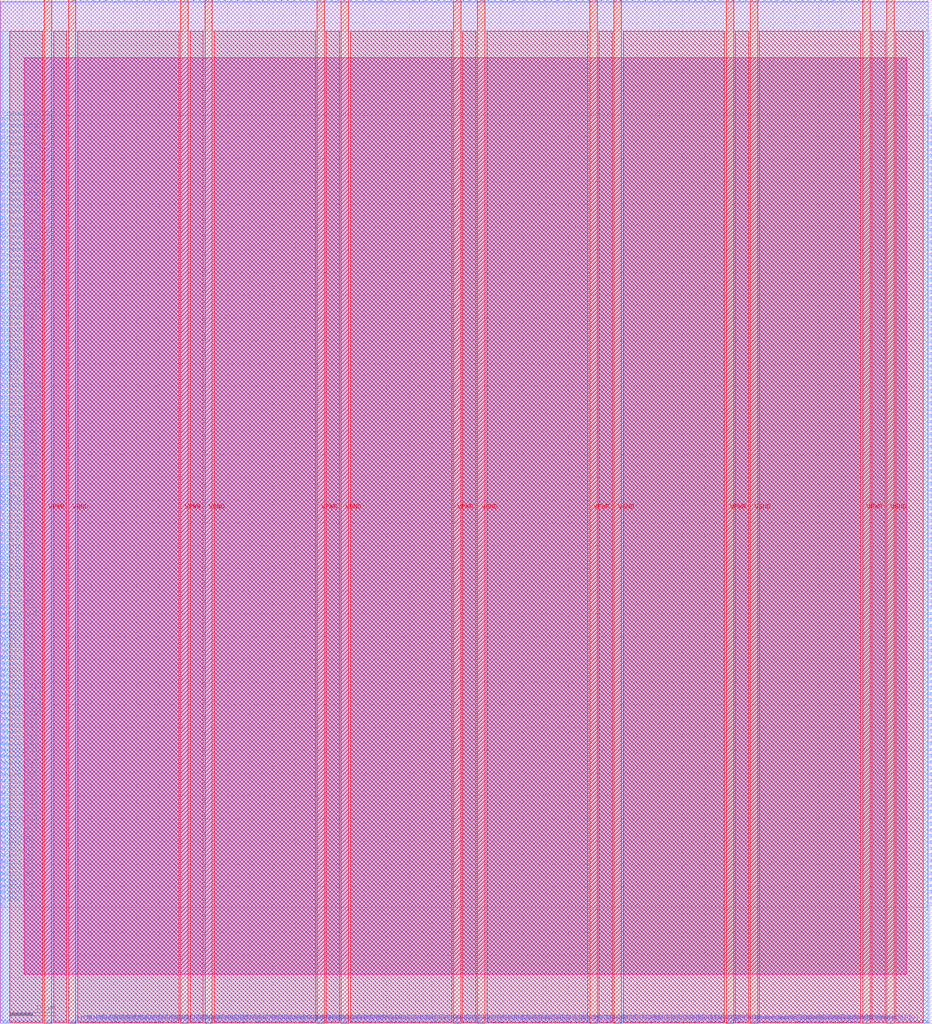
<source format=lef>
VERSION 5.7 ;
  NOWIREEXTENSIONATPIN ON ;
  DIVIDERCHAR "/" ;
  BUSBITCHARS "[]" ;
MACRO LUT4AB
  CLASS BLOCK ;
  FOREIGN LUT4AB ;
  ORIGIN 0.000 0.000 ;
  SIZE 205.000 BY 225.000 ;
  PIN Ci
    DIRECTION INPUT ;
    USE SIGNAL ;
    ANTENNAGATEAREA 0.495000 ;
    PORT
      LAYER met2 ;
        RECT 87.950 0.000 88.230 0.280 ;
    END
  END Ci
  PIN Co
    DIRECTION OUTPUT ;
    USE SIGNAL ;
    ANTENNADIFFAREA 1.336500 ;
    PORT
      LAYER met2 ;
        RECT 87.950 224.720 88.230 225.000 ;
    END
  END Co
  PIN E1BEG[0]
    DIRECTION OUTPUT ;
    USE SIGNAL ;
    ANTENNADIFFAREA 1.782000 ;
    PORT
      LAYER met3 ;
        RECT 204.400 91.160 205.000 91.760 ;
    END
  END E1BEG[0]
  PIN E1BEG[1]
    DIRECTION OUTPUT ;
    USE SIGNAL ;
    ANTENNADIFFAREA 0.891000 ;
    PORT
      LAYER met3 ;
        RECT 204.400 92.520 205.000 93.120 ;
    END
  END E1BEG[1]
  PIN E1BEG[2]
    DIRECTION OUTPUT ;
    USE SIGNAL ;
    ANTENNADIFFAREA 1.336500 ;
    PORT
      LAYER met3 ;
        RECT 204.400 93.880 205.000 94.480 ;
    END
  END E1BEG[2]
  PIN E1BEG[3]
    DIRECTION OUTPUT ;
    USE SIGNAL ;
    ANTENNADIFFAREA 1.782000 ;
    PORT
      LAYER met3 ;
        RECT 204.400 95.240 205.000 95.840 ;
    END
  END E1BEG[3]
  PIN E1END[0]
    DIRECTION INPUT ;
    USE SIGNAL ;
    ANTENNAGATEAREA 0.213000 ;
    PORT
      LAYER met3 ;
        RECT 0.000 91.160 0.600 91.760 ;
    END
  END E1END[0]
  PIN E1END[1]
    DIRECTION INPUT ;
    USE SIGNAL ;
    ANTENNAGATEAREA 0.159000 ;
    PORT
      LAYER met3 ;
        RECT 0.000 92.520 0.600 93.120 ;
    END
  END E1END[1]
  PIN E1END[2]
    DIRECTION INPUT ;
    USE SIGNAL ;
    ANTENNAGATEAREA 0.196500 ;
    PORT
      LAYER met3 ;
        RECT 0.000 93.880 0.600 94.480 ;
    END
  END E1END[2]
  PIN E1END[3]
    DIRECTION INPUT ;
    USE SIGNAL ;
    ANTENNAGATEAREA 0.126000 ;
    PORT
      LAYER met3 ;
        RECT 0.000 95.240 0.600 95.840 ;
    END
  END E1END[3]
  PIN E2BEG[0]
    DIRECTION OUTPUT ;
    USE SIGNAL ;
    ANTENNADIFFAREA 1.336500 ;
    PORT
      LAYER met3 ;
        RECT 204.400 96.600 205.000 97.200 ;
    END
  END E2BEG[0]
  PIN E2BEG[1]
    DIRECTION OUTPUT ;
    USE SIGNAL ;
    ANTENNADIFFAREA 0.891000 ;
    PORT
      LAYER met3 ;
        RECT 204.400 97.960 205.000 98.560 ;
    END
  END E2BEG[1]
  PIN E2BEG[2]
    DIRECTION OUTPUT ;
    USE SIGNAL ;
    ANTENNADIFFAREA 1.336500 ;
    PORT
      LAYER met3 ;
        RECT 204.400 99.320 205.000 99.920 ;
    END
  END E2BEG[2]
  PIN E2BEG[3]
    DIRECTION OUTPUT ;
    USE SIGNAL ;
    ANTENNADIFFAREA 0.891000 ;
    PORT
      LAYER met3 ;
        RECT 204.400 100.680 205.000 101.280 ;
    END
  END E2BEG[3]
  PIN E2BEG[4]
    DIRECTION OUTPUT ;
    USE SIGNAL ;
    ANTENNADIFFAREA 0.445500 ;
    PORT
      LAYER met3 ;
        RECT 204.400 102.040 205.000 102.640 ;
    END
  END E2BEG[4]
  PIN E2BEG[5]
    DIRECTION OUTPUT ;
    USE SIGNAL ;
    ANTENNADIFFAREA 0.891000 ;
    PORT
      LAYER met3 ;
        RECT 204.400 103.400 205.000 104.000 ;
    END
  END E2BEG[5]
  PIN E2BEG[6]
    DIRECTION OUTPUT ;
    USE SIGNAL ;
    ANTENNADIFFAREA 1.782000 ;
    PORT
      LAYER met3 ;
        RECT 204.400 104.760 205.000 105.360 ;
    END
  END E2BEG[6]
  PIN E2BEG[7]
    DIRECTION OUTPUT ;
    USE SIGNAL ;
    ANTENNADIFFAREA 1.782000 ;
    PORT
      LAYER met3 ;
        RECT 204.400 106.120 205.000 106.720 ;
    END
  END E2BEG[7]
  PIN E2BEGb[0]
    DIRECTION OUTPUT ;
    USE SIGNAL ;
    ANTENNADIFFAREA 0.445500 ;
    PORT
      LAYER met3 ;
        RECT 204.400 107.480 205.000 108.080 ;
    END
  END E2BEGb[0]
  PIN E2BEGb[1]
    DIRECTION OUTPUT ;
    USE SIGNAL ;
    ANTENNADIFFAREA 0.445500 ;
    PORT
      LAYER met3 ;
        RECT 204.400 108.840 205.000 109.440 ;
    END
  END E2BEGb[1]
  PIN E2BEGb[2]
    DIRECTION OUTPUT ;
    USE SIGNAL ;
    ANTENNADIFFAREA 0.445500 ;
    PORT
      LAYER met3 ;
        RECT 204.400 110.200 205.000 110.800 ;
    END
  END E2BEGb[2]
  PIN E2BEGb[3]
    DIRECTION OUTPUT ;
    USE SIGNAL ;
    ANTENNADIFFAREA 0.445500 ;
    PORT
      LAYER met3 ;
        RECT 204.400 111.560 205.000 112.160 ;
    END
  END E2BEGb[3]
  PIN E2BEGb[4]
    DIRECTION OUTPUT ;
    USE SIGNAL ;
    ANTENNADIFFAREA 0.445500 ;
    PORT
      LAYER met3 ;
        RECT 204.400 112.920 205.000 113.520 ;
    END
  END E2BEGb[4]
  PIN E2BEGb[5]
    DIRECTION OUTPUT ;
    USE SIGNAL ;
    ANTENNADIFFAREA 0.445500 ;
    PORT
      LAYER met3 ;
        RECT 204.400 114.280 205.000 114.880 ;
    END
  END E2BEGb[5]
  PIN E2BEGb[6]
    DIRECTION OUTPUT ;
    USE SIGNAL ;
    ANTENNADIFFAREA 0.445500 ;
    PORT
      LAYER met3 ;
        RECT 204.400 115.640 205.000 116.240 ;
    END
  END E2BEGb[6]
  PIN E2BEGb[7]
    DIRECTION OUTPUT ;
    USE SIGNAL ;
    ANTENNADIFFAREA 0.445500 ;
    PORT
      LAYER met3 ;
        RECT 204.400 117.000 205.000 117.600 ;
    END
  END E2BEGb[7]
  PIN E2END[0]
    DIRECTION INPUT ;
    USE SIGNAL ;
    ANTENNAGATEAREA 0.213000 ;
    PORT
      LAYER met3 ;
        RECT 0.000 107.480 0.600 108.080 ;
    END
  END E2END[0]
  PIN E2END[1]
    DIRECTION INPUT ;
    USE SIGNAL ;
    ANTENNAGATEAREA 0.126000 ;
    PORT
      LAYER met3 ;
        RECT 0.000 108.840 0.600 109.440 ;
    END
  END E2END[1]
  PIN E2END[2]
    DIRECTION INPUT ;
    USE SIGNAL ;
    ANTENNAGATEAREA 0.159000 ;
    PORT
      LAYER met3 ;
        RECT 0.000 110.200 0.600 110.800 ;
    END
  END E2END[2]
  PIN E2END[3]
    DIRECTION INPUT ;
    USE SIGNAL ;
    ANTENNAGATEAREA 0.213000 ;
    PORT
      LAYER met3 ;
        RECT 0.000 111.560 0.600 112.160 ;
    END
  END E2END[3]
  PIN E2END[4]
    DIRECTION INPUT ;
    USE SIGNAL ;
    ANTENNAGATEAREA 0.196500 ;
    PORT
      LAYER met3 ;
        RECT 0.000 112.920 0.600 113.520 ;
    END
  END E2END[4]
  PIN E2END[5]
    DIRECTION INPUT ;
    USE SIGNAL ;
    ANTENNAGATEAREA 0.213000 ;
    PORT
      LAYER met3 ;
        RECT 0.000 114.280 0.600 114.880 ;
    END
  END E2END[5]
  PIN E2END[6]
    DIRECTION INPUT ;
    USE SIGNAL ;
    ANTENNAGATEAREA 0.213000 ;
    PORT
      LAYER met3 ;
        RECT 0.000 115.640 0.600 116.240 ;
    END
  END E2END[6]
  PIN E2END[7]
    DIRECTION INPUT ;
    USE SIGNAL ;
    ANTENNAGATEAREA 0.213000 ;
    PORT
      LAYER met3 ;
        RECT 0.000 117.000 0.600 117.600 ;
    END
  END E2END[7]
  PIN E2MID[0]
    DIRECTION INPUT ;
    USE SIGNAL ;
    ANTENNAGATEAREA 0.196500 ;
    PORT
      LAYER met3 ;
        RECT 0.000 96.600 0.600 97.200 ;
    END
  END E2MID[0]
  PIN E2MID[1]
    DIRECTION INPUT ;
    USE SIGNAL ;
    ANTENNAGATEAREA 0.159000 ;
    PORT
      LAYER met3 ;
        RECT 0.000 97.960 0.600 98.560 ;
    END
  END E2MID[1]
  PIN E2MID[2]
    DIRECTION INPUT ;
    USE SIGNAL ;
    ANTENNAGATEAREA 0.213000 ;
    PORT
      LAYER met3 ;
        RECT 0.000 99.320 0.600 99.920 ;
    END
  END E2MID[2]
  PIN E2MID[3]
    DIRECTION INPUT ;
    USE SIGNAL ;
    ANTENNAGATEAREA 0.159000 ;
    PORT
      LAYER met3 ;
        RECT 0.000 100.680 0.600 101.280 ;
    END
  END E2MID[3]
  PIN E2MID[4]
    DIRECTION INPUT ;
    USE SIGNAL ;
    ANTENNAGATEAREA 0.196500 ;
    PORT
      LAYER met3 ;
        RECT 0.000 102.040 0.600 102.640 ;
    END
  END E2MID[4]
  PIN E2MID[5]
    DIRECTION INPUT ;
    USE SIGNAL ;
    ANTENNAGATEAREA 0.213000 ;
    PORT
      LAYER met3 ;
        RECT 0.000 103.400 0.600 104.000 ;
    END
  END E2MID[5]
  PIN E2MID[6]
    DIRECTION INPUT ;
    USE SIGNAL ;
    ANTENNAGATEAREA 0.213000 ;
    PORT
      LAYER met3 ;
        RECT 0.000 104.760 0.600 105.360 ;
    END
  END E2MID[6]
  PIN E2MID[7]
    DIRECTION INPUT ;
    USE SIGNAL ;
    ANTENNAGATEAREA 0.213000 ;
    PORT
      LAYER met3 ;
        RECT 0.000 106.120 0.600 106.720 ;
    END
  END E2MID[7]
  PIN E6BEG[0]
    DIRECTION OUTPUT ;
    USE SIGNAL ;
    ANTENNADIFFAREA 0.445500 ;
    PORT
      LAYER met3 ;
        RECT 204.400 140.120 205.000 140.720 ;
    END
  END E6BEG[0]
  PIN E6BEG[10]
    DIRECTION OUTPUT ;
    USE SIGNAL ;
    ANTENNADIFFAREA 1.782000 ;
    PORT
      LAYER met3 ;
        RECT 204.400 153.720 205.000 154.320 ;
    END
  END E6BEG[10]
  PIN E6BEG[11]
    DIRECTION OUTPUT ;
    USE SIGNAL ;
    ANTENNADIFFAREA 1.336500 ;
    PORT
      LAYER met3 ;
        RECT 204.400 155.080 205.000 155.680 ;
    END
  END E6BEG[11]
  PIN E6BEG[1]
    DIRECTION OUTPUT ;
    USE SIGNAL ;
    ANTENNADIFFAREA 0.445500 ;
    PORT
      LAYER met3 ;
        RECT 204.400 141.480 205.000 142.080 ;
    END
  END E6BEG[1]
  PIN E6BEG[2]
    DIRECTION OUTPUT ;
    USE SIGNAL ;
    ANTENNADIFFAREA 0.445500 ;
    PORT
      LAYER met3 ;
        RECT 204.400 142.840 205.000 143.440 ;
    END
  END E6BEG[2]
  PIN E6BEG[3]
    DIRECTION OUTPUT ;
    USE SIGNAL ;
    ANTENNADIFFAREA 0.445500 ;
    PORT
      LAYER met3 ;
        RECT 204.400 144.200 205.000 144.800 ;
    END
  END E6BEG[3]
  PIN E6BEG[4]
    DIRECTION OUTPUT ;
    USE SIGNAL ;
    ANTENNADIFFAREA 0.445500 ;
    PORT
      LAYER met3 ;
        RECT 204.400 145.560 205.000 146.160 ;
    END
  END E6BEG[4]
  PIN E6BEG[5]
    DIRECTION OUTPUT ;
    USE SIGNAL ;
    ANTENNADIFFAREA 0.445500 ;
    PORT
      LAYER met3 ;
        RECT 204.400 146.920 205.000 147.520 ;
    END
  END E6BEG[5]
  PIN E6BEG[6]
    DIRECTION OUTPUT ;
    USE SIGNAL ;
    ANTENNADIFFAREA 0.445500 ;
    PORT
      LAYER met3 ;
        RECT 204.400 148.280 205.000 148.880 ;
    END
  END E6BEG[6]
  PIN E6BEG[7]
    DIRECTION OUTPUT ;
    USE SIGNAL ;
    ANTENNADIFFAREA 0.445500 ;
    PORT
      LAYER met3 ;
        RECT 204.400 149.640 205.000 150.240 ;
    END
  END E6BEG[7]
  PIN E6BEG[8]
    DIRECTION OUTPUT ;
    USE SIGNAL ;
    ANTENNADIFFAREA 0.445500 ;
    PORT
      LAYER met3 ;
        RECT 204.400 151.000 205.000 151.600 ;
    END
  END E6BEG[8]
  PIN E6BEG[9]
    DIRECTION OUTPUT ;
    USE SIGNAL ;
    ANTENNADIFFAREA 0.445500 ;
    PORT
      LAYER met3 ;
        RECT 204.400 152.360 205.000 152.960 ;
    END
  END E6BEG[9]
  PIN E6END[0]
    DIRECTION INPUT ;
    USE SIGNAL ;
    ANTENNAGATEAREA 0.126000 ;
    PORT
      LAYER met3 ;
        RECT 0.000 140.120 0.600 140.720 ;
    END
  END E6END[0]
  PIN E6END[10]
    DIRECTION INPUT ;
    USE SIGNAL ;
    ANTENNAGATEAREA 0.213000 ;
    PORT
      LAYER met3 ;
        RECT 0.000 153.720 0.600 154.320 ;
    END
  END E6END[10]
  PIN E6END[11]
    DIRECTION INPUT ;
    USE SIGNAL ;
    ANTENNAGATEAREA 0.213000 ;
    PORT
      LAYER met3 ;
        RECT 0.000 155.080 0.600 155.680 ;
    END
  END E6END[11]
  PIN E6END[1]
    DIRECTION INPUT ;
    USE SIGNAL ;
    ANTENNAGATEAREA 0.213000 ;
    PORT
      LAYER met3 ;
        RECT 0.000 141.480 0.600 142.080 ;
    END
  END E6END[1]
  PIN E6END[2]
    DIRECTION INPUT ;
    USE SIGNAL ;
    ANTENNAGATEAREA 0.196500 ;
    PORT
      LAYER met3 ;
        RECT 0.000 142.840 0.600 143.440 ;
    END
  END E6END[2]
  PIN E6END[3]
    DIRECTION INPUT ;
    USE SIGNAL ;
    ANTENNAGATEAREA 1.065900 ;
    ANTENNADIFFAREA 0.869400 ;
    PORT
      LAYER met3 ;
        RECT 0.000 144.200 0.600 144.800 ;
    END
  END E6END[3]
  PIN E6END[4]
    DIRECTION INPUT ;
    USE SIGNAL ;
    ANTENNAGATEAREA 0.631200 ;
    ANTENNADIFFAREA 0.434700 ;
    PORT
      LAYER met3 ;
        RECT 0.000 145.560 0.600 146.160 ;
    END
  END E6END[4]
  PIN E6END[5]
    DIRECTION INPUT ;
    USE SIGNAL ;
    ANTENNAGATEAREA 0.631200 ;
    ANTENNADIFFAREA 0.434700 ;
    PORT
      LAYER met3 ;
        RECT 0.000 146.920 0.600 147.520 ;
    END
  END E6END[5]
  PIN E6END[6]
    DIRECTION INPUT ;
    USE SIGNAL ;
    ANTENNAGATEAREA 0.631200 ;
    ANTENNADIFFAREA 0.434700 ;
    PORT
      LAYER met3 ;
        RECT 0.000 148.280 0.600 148.880 ;
    END
  END E6END[6]
  PIN E6END[7]
    DIRECTION INPUT ;
    USE SIGNAL ;
    ANTENNAGATEAREA 0.196500 ;
    PORT
      LAYER met3 ;
        RECT 0.000 149.640 0.600 150.240 ;
    END
  END E6END[7]
  PIN E6END[8]
    DIRECTION INPUT ;
    USE SIGNAL ;
    ANTENNAGATEAREA 0.196500 ;
    PORT
      LAYER met3 ;
        RECT 0.000 151.000 0.600 151.600 ;
    END
  END E6END[8]
  PIN E6END[9]
    DIRECTION INPUT ;
    USE SIGNAL ;
    ANTENNAGATEAREA 0.196500 ;
    PORT
      LAYER met3 ;
        RECT 0.000 152.360 0.600 152.960 ;
    END
  END E6END[9]
  PIN EE4BEG[0]
    DIRECTION OUTPUT ;
    USE SIGNAL ;
    ANTENNADIFFAREA 0.445500 ;
    PORT
      LAYER met3 ;
        RECT 204.400 118.360 205.000 118.960 ;
    END
  END EE4BEG[0]
  PIN EE4BEG[10]
    DIRECTION OUTPUT ;
    USE SIGNAL ;
    ANTENNADIFFAREA 0.445500 ;
    PORT
      LAYER met3 ;
        RECT 204.400 131.960 205.000 132.560 ;
    END
  END EE4BEG[10]
  PIN EE4BEG[11]
    DIRECTION OUTPUT ;
    USE SIGNAL ;
    ANTENNADIFFAREA 0.445500 ;
    PORT
      LAYER met3 ;
        RECT 204.400 133.320 205.000 133.920 ;
    END
  END EE4BEG[11]
  PIN EE4BEG[12]
    DIRECTION OUTPUT ;
    USE SIGNAL ;
    ANTENNADIFFAREA 0.891000 ;
    PORT
      LAYER met3 ;
        RECT 204.400 134.680 205.000 135.280 ;
    END
  END EE4BEG[12]
  PIN EE4BEG[13]
    DIRECTION OUTPUT ;
    USE SIGNAL ;
    ANTENNADIFFAREA 1.782000 ;
    PORT
      LAYER met3 ;
        RECT 204.400 136.040 205.000 136.640 ;
    END
  END EE4BEG[13]
  PIN EE4BEG[14]
    DIRECTION OUTPUT ;
    USE SIGNAL ;
    ANTENNADIFFAREA 0.891000 ;
    PORT
      LAYER met3 ;
        RECT 204.400 137.400 205.000 138.000 ;
    END
  END EE4BEG[14]
  PIN EE4BEG[15]
    DIRECTION OUTPUT ;
    USE SIGNAL ;
    ANTENNADIFFAREA 1.336500 ;
    PORT
      LAYER met3 ;
        RECT 204.400 138.760 205.000 139.360 ;
    END
  END EE4BEG[15]
  PIN EE4BEG[1]
    DIRECTION OUTPUT ;
    USE SIGNAL ;
    ANTENNADIFFAREA 0.445500 ;
    PORT
      LAYER met3 ;
        RECT 204.400 119.720 205.000 120.320 ;
    END
  END EE4BEG[1]
  PIN EE4BEG[2]
    DIRECTION OUTPUT ;
    USE SIGNAL ;
    ANTENNADIFFAREA 0.445500 ;
    PORT
      LAYER met3 ;
        RECT 204.400 121.080 205.000 121.680 ;
    END
  END EE4BEG[2]
  PIN EE4BEG[3]
    DIRECTION OUTPUT ;
    USE SIGNAL ;
    ANTENNADIFFAREA 0.445500 ;
    PORT
      LAYER met3 ;
        RECT 204.400 122.440 205.000 123.040 ;
    END
  END EE4BEG[3]
  PIN EE4BEG[4]
    DIRECTION OUTPUT ;
    USE SIGNAL ;
    ANTENNADIFFAREA 0.445500 ;
    PORT
      LAYER met3 ;
        RECT 204.400 123.800 205.000 124.400 ;
    END
  END EE4BEG[4]
  PIN EE4BEG[5]
    DIRECTION OUTPUT ;
    USE SIGNAL ;
    ANTENNADIFFAREA 0.445500 ;
    PORT
      LAYER met3 ;
        RECT 204.400 125.160 205.000 125.760 ;
    END
  END EE4BEG[5]
  PIN EE4BEG[6]
    DIRECTION OUTPUT ;
    USE SIGNAL ;
    ANTENNADIFFAREA 0.445500 ;
    PORT
      LAYER met3 ;
        RECT 204.400 126.520 205.000 127.120 ;
    END
  END EE4BEG[6]
  PIN EE4BEG[7]
    DIRECTION OUTPUT ;
    USE SIGNAL ;
    ANTENNADIFFAREA 0.445500 ;
    PORT
      LAYER met3 ;
        RECT 204.400 127.880 205.000 128.480 ;
    END
  END EE4BEG[7]
  PIN EE4BEG[8]
    DIRECTION OUTPUT ;
    USE SIGNAL ;
    ANTENNADIFFAREA 0.445500 ;
    PORT
      LAYER met3 ;
        RECT 204.400 129.240 205.000 129.840 ;
    END
  END EE4BEG[8]
  PIN EE4BEG[9]
    DIRECTION OUTPUT ;
    USE SIGNAL ;
    ANTENNADIFFAREA 0.445500 ;
    PORT
      LAYER met3 ;
        RECT 204.400 130.600 205.000 131.200 ;
    END
  END EE4BEG[9]
  PIN EE4END[0]
    DIRECTION INPUT ;
    USE SIGNAL ;
    ANTENNAGATEAREA 0.213000 ;
    PORT
      LAYER met3 ;
        RECT 0.000 118.360 0.600 118.960 ;
    END
  END EE4END[0]
  PIN EE4END[10]
    DIRECTION INPUT ;
    USE SIGNAL ;
    ANTENNAGATEAREA 0.631200 ;
    ANTENNADIFFAREA 0.434700 ;
    PORT
      LAYER met3 ;
        RECT 0.000 131.960 0.600 132.560 ;
    END
  END EE4END[10]
  PIN EE4END[11]
    DIRECTION INPUT ;
    USE SIGNAL ;
    ANTENNAGATEAREA 0.631200 ;
    ANTENNADIFFAREA 0.434700 ;
    PORT
      LAYER met3 ;
        RECT 0.000 133.320 0.600 133.920 ;
    END
  END EE4END[11]
  PIN EE4END[12]
    DIRECTION INPUT ;
    USE SIGNAL ;
    ANTENNAGATEAREA 0.196500 ;
    PORT
      LAYER met3 ;
        RECT 0.000 134.680 0.600 135.280 ;
    END
  END EE4END[12]
  PIN EE4END[13]
    DIRECTION INPUT ;
    USE SIGNAL ;
    ANTENNAGATEAREA 0.631200 ;
    ANTENNADIFFAREA 0.434700 ;
    PORT
      LAYER met3 ;
        RECT 0.000 136.040 0.600 136.640 ;
    END
  END EE4END[13]
  PIN EE4END[14]
    DIRECTION INPUT ;
    USE SIGNAL ;
    ANTENNAGATEAREA 0.631200 ;
    ANTENNADIFFAREA 0.434700 ;
    PORT
      LAYER met3 ;
        RECT 0.000 137.400 0.600 138.000 ;
    END
  END EE4END[14]
  PIN EE4END[15]
    DIRECTION INPUT ;
    USE SIGNAL ;
    ANTENNAGATEAREA 0.631200 ;
    ANTENNADIFFAREA 0.434700 ;
    PORT
      LAYER met3 ;
        RECT 0.000 138.760 0.600 139.360 ;
    END
  END EE4END[15]
  PIN EE4END[1]
    DIRECTION INPUT ;
    USE SIGNAL ;
    ANTENNAGATEAREA 0.126000 ;
    PORT
      LAYER met3 ;
        RECT 0.000 119.720 0.600 120.320 ;
    END
  END EE4END[1]
  PIN EE4END[2]
    DIRECTION INPUT ;
    USE SIGNAL ;
    ANTENNAGATEAREA 0.213000 ;
    PORT
      LAYER met3 ;
        RECT 0.000 121.080 0.600 121.680 ;
    END
  END EE4END[2]
  PIN EE4END[3]
    DIRECTION INPUT ;
    USE SIGNAL ;
    ANTENNAGATEAREA 0.126000 ;
    PORT
      LAYER met3 ;
        RECT 0.000 122.440 0.600 123.040 ;
    END
  END EE4END[3]
  PIN EE4END[4]
    DIRECTION INPUT ;
    USE SIGNAL ;
    ANTENNAGATEAREA 0.631200 ;
    ANTENNADIFFAREA 0.434700 ;
    PORT
      LAYER met3 ;
        RECT 0.000 123.800 0.600 124.400 ;
    END
  END EE4END[4]
  PIN EE4END[5]
    DIRECTION INPUT ;
    USE SIGNAL ;
    ANTENNAGATEAREA 0.631200 ;
    ANTENNADIFFAREA 0.434700 ;
    PORT
      LAYER met3 ;
        RECT 0.000 125.160 0.600 125.760 ;
    END
  END EE4END[5]
  PIN EE4END[6]
    DIRECTION INPUT ;
    USE SIGNAL ;
    ANTENNAGATEAREA 0.631200 ;
    ANTENNADIFFAREA 0.434700 ;
    PORT
      LAYER met3 ;
        RECT 0.000 126.520 0.600 127.120 ;
    END
  END EE4END[6]
  PIN EE4END[7]
    DIRECTION INPUT ;
    USE SIGNAL ;
    ANTENNAGATEAREA 0.631200 ;
    ANTENNADIFFAREA 0.434700 ;
    PORT
      LAYER met3 ;
        RECT 0.000 127.880 0.600 128.480 ;
    END
  END EE4END[7]
  PIN EE4END[8]
    DIRECTION INPUT ;
    USE SIGNAL ;
    ANTENNAGATEAREA 0.631200 ;
    ANTENNADIFFAREA 0.434700 ;
    PORT
      LAYER met3 ;
        RECT 0.000 129.240 0.600 129.840 ;
    END
  END EE4END[8]
  PIN EE4END[9]
    DIRECTION INPUT ;
    USE SIGNAL ;
    ANTENNAGATEAREA 0.631200 ;
    ANTENNADIFFAREA 0.434700 ;
    PORT
      LAYER met3 ;
        RECT 0.000 130.600 0.600 131.200 ;
    END
  END EE4END[9]
  PIN FrameData[0]
    DIRECTION INPUT ;
    USE SIGNAL ;
    ANTENNAGATEAREA 0.126000 ;
    PORT
      LAYER met3 ;
        RECT 0.000 156.440 0.600 157.040 ;
    END
  END FrameData[0]
  PIN FrameData[10]
    DIRECTION INPUT ;
    USE SIGNAL ;
    ANTENNAGATEAREA 0.126000 ;
    PORT
      LAYER met3 ;
        RECT 0.000 170.040 0.600 170.640 ;
    END
  END FrameData[10]
  PIN FrameData[11]
    DIRECTION INPUT ;
    USE SIGNAL ;
    ANTENNAGATEAREA 0.126000 ;
    PORT
      LAYER met3 ;
        RECT 0.000 171.400 0.600 172.000 ;
    END
  END FrameData[11]
  PIN FrameData[12]
    DIRECTION INPUT ;
    USE SIGNAL ;
    ANTENNAGATEAREA 0.213000 ;
    PORT
      LAYER met3 ;
        RECT 0.000 172.760 0.600 173.360 ;
    END
  END FrameData[12]
  PIN FrameData[13]
    DIRECTION INPUT ;
    USE SIGNAL ;
    ANTENNAGATEAREA 0.213000 ;
    PORT
      LAYER met3 ;
        RECT 0.000 174.120 0.600 174.720 ;
    END
  END FrameData[13]
  PIN FrameData[14]
    DIRECTION INPUT ;
    USE SIGNAL ;
    ANTENNAGATEAREA 0.213000 ;
    PORT
      LAYER met3 ;
        RECT 0.000 175.480 0.600 176.080 ;
    END
  END FrameData[14]
  PIN FrameData[15]
    DIRECTION INPUT ;
    USE SIGNAL ;
    ANTENNAGATEAREA 0.213000 ;
    PORT
      LAYER met3 ;
        RECT 0.000 176.840 0.600 177.440 ;
    END
  END FrameData[15]
  PIN FrameData[16]
    DIRECTION INPUT ;
    USE SIGNAL ;
    ANTENNAGATEAREA 0.213000 ;
    PORT
      LAYER met3 ;
        RECT 0.000 178.200 0.600 178.800 ;
    END
  END FrameData[16]
  PIN FrameData[17]
    DIRECTION INPUT ;
    USE SIGNAL ;
    ANTENNAGATEAREA 0.213000 ;
    PORT
      LAYER met3 ;
        RECT 0.000 179.560 0.600 180.160 ;
    END
  END FrameData[17]
  PIN FrameData[18]
    DIRECTION INPUT ;
    USE SIGNAL ;
    ANTENNAGATEAREA 0.196500 ;
    PORT
      LAYER met3 ;
        RECT 0.000 180.920 0.600 181.520 ;
    END
  END FrameData[18]
  PIN FrameData[19]
    DIRECTION INPUT ;
    USE SIGNAL ;
    ANTENNAGATEAREA 0.196500 ;
    PORT
      LAYER met3 ;
        RECT 0.000 182.280 0.600 182.880 ;
    END
  END FrameData[19]
  PIN FrameData[1]
    DIRECTION INPUT ;
    USE SIGNAL ;
    ANTENNAGATEAREA 0.213000 ;
    PORT
      LAYER met3 ;
        RECT 0.000 157.800 0.600 158.400 ;
    END
  END FrameData[1]
  PIN FrameData[20]
    DIRECTION INPUT ;
    USE SIGNAL ;
    ANTENNAGATEAREA 0.196500 ;
    PORT
      LAYER met3 ;
        RECT 0.000 183.640 0.600 184.240 ;
    END
  END FrameData[20]
  PIN FrameData[21]
    DIRECTION INPUT ;
    USE SIGNAL ;
    ANTENNAGATEAREA 0.196500 ;
    PORT
      LAYER met3 ;
        RECT 0.000 185.000 0.600 185.600 ;
    END
  END FrameData[21]
  PIN FrameData[22]
    DIRECTION INPUT ;
    USE SIGNAL ;
    ANTENNAGATEAREA 0.460500 ;
    PORT
      LAYER met3 ;
        RECT 0.000 186.360 0.600 186.960 ;
    END
  END FrameData[22]
  PIN FrameData[23]
    DIRECTION INPUT ;
    USE SIGNAL ;
    ANTENNAGATEAREA 0.460500 ;
    PORT
      LAYER met3 ;
        RECT 0.000 187.720 0.600 188.320 ;
    END
  END FrameData[23]
  PIN FrameData[24]
    DIRECTION INPUT ;
    USE SIGNAL ;
    ANTENNAGATEAREA 0.213000 ;
    PORT
      LAYER met3 ;
        RECT 0.000 189.080 0.600 189.680 ;
    END
  END FrameData[24]
  PIN FrameData[25]
    DIRECTION INPUT ;
    USE SIGNAL ;
    ANTENNAGATEAREA 0.196500 ;
    PORT
      LAYER met3 ;
        RECT 0.000 190.440 0.600 191.040 ;
    END
  END FrameData[25]
  PIN FrameData[26]
    DIRECTION INPUT ;
    USE SIGNAL ;
    ANTENNAGATEAREA 0.213000 ;
    PORT
      LAYER met3 ;
        RECT 0.000 191.800 0.600 192.400 ;
    END
  END FrameData[26]
  PIN FrameData[27]
    DIRECTION INPUT ;
    USE SIGNAL ;
    ANTENNAGATEAREA 0.213000 ;
    PORT
      LAYER met3 ;
        RECT 0.000 193.160 0.600 193.760 ;
    END
  END FrameData[27]
  PIN FrameData[28]
    DIRECTION INPUT ;
    USE SIGNAL ;
    ANTENNAGATEAREA 0.159000 ;
    PORT
      LAYER met3 ;
        RECT 0.000 194.520 0.600 195.120 ;
    END
  END FrameData[28]
  PIN FrameData[29]
    DIRECTION INPUT ;
    USE SIGNAL ;
    ANTENNAGATEAREA 0.213000 ;
    PORT
      LAYER met3 ;
        RECT 0.000 195.880 0.600 196.480 ;
    END
  END FrameData[29]
  PIN FrameData[2]
    DIRECTION INPUT ;
    USE SIGNAL ;
    ANTENNAGATEAREA 0.444000 ;
    PORT
      LAYER met3 ;
        RECT 0.000 159.160 0.600 159.760 ;
    END
  END FrameData[2]
  PIN FrameData[30]
    DIRECTION INPUT ;
    USE SIGNAL ;
    ANTENNAGATEAREA 0.159000 ;
    PORT
      LAYER met3 ;
        RECT 0.000 197.240 0.600 197.840 ;
    END
  END FrameData[30]
  PIN FrameData[31]
    DIRECTION INPUT ;
    USE SIGNAL ;
    ANTENNAGATEAREA 0.213000 ;
    PORT
      LAYER met3 ;
        RECT 0.000 198.600 0.600 199.200 ;
    END
  END FrameData[31]
  PIN FrameData[3]
    DIRECTION INPUT ;
    USE SIGNAL ;
    ANTENNAGATEAREA 0.126000 ;
    PORT
      LAYER met3 ;
        RECT 0.000 160.520 0.600 161.120 ;
    END
  END FrameData[3]
  PIN FrameData[4]
    DIRECTION INPUT ;
    USE SIGNAL ;
    ANTENNAGATEAREA 0.426000 ;
    PORT
      LAYER met3 ;
        RECT 0.000 161.880 0.600 162.480 ;
    END
  END FrameData[4]
  PIN FrameData[5]
    DIRECTION INPUT ;
    USE SIGNAL ;
    ANTENNAGATEAREA 0.126000 ;
    PORT
      LAYER met3 ;
        RECT 0.000 163.240 0.600 163.840 ;
    END
  END FrameData[5]
  PIN FrameData[6]
    DIRECTION INPUT ;
    USE SIGNAL ;
    ANTENNAGATEAREA 0.196500 ;
    PORT
      LAYER met3 ;
        RECT 0.000 164.600 0.600 165.200 ;
    END
  END FrameData[6]
  PIN FrameData[7]
    DIRECTION INPUT ;
    USE SIGNAL ;
    ANTENNAGATEAREA 0.196500 ;
    PORT
      LAYER met3 ;
        RECT 0.000 165.960 0.600 166.560 ;
    END
  END FrameData[7]
  PIN FrameData[8]
    DIRECTION INPUT ;
    USE SIGNAL ;
    ANTENNAGATEAREA 0.196500 ;
    PORT
      LAYER met3 ;
        RECT 0.000 167.320 0.600 167.920 ;
    END
  END FrameData[8]
  PIN FrameData[9]
    DIRECTION INPUT ;
    USE SIGNAL ;
    ANTENNAGATEAREA 0.196500 ;
    PORT
      LAYER met3 ;
        RECT 0.000 168.680 0.600 169.280 ;
    END
  END FrameData[9]
  PIN FrameData_O[0]
    DIRECTION OUTPUT ;
    USE SIGNAL ;
    ANTENNADIFFAREA 0.445500 ;
    PORT
      LAYER met3 ;
        RECT 204.400 156.440 205.000 157.040 ;
    END
  END FrameData_O[0]
  PIN FrameData_O[10]
    DIRECTION OUTPUT ;
    USE SIGNAL ;
    ANTENNADIFFAREA 0.445500 ;
    PORT
      LAYER met3 ;
        RECT 204.400 170.040 205.000 170.640 ;
    END
  END FrameData_O[10]
  PIN FrameData_O[11]
    DIRECTION OUTPUT ;
    USE SIGNAL ;
    ANTENNADIFFAREA 0.445500 ;
    PORT
      LAYER met3 ;
        RECT 204.400 171.400 205.000 172.000 ;
    END
  END FrameData_O[11]
  PIN FrameData_O[12]
    DIRECTION OUTPUT ;
    USE SIGNAL ;
    ANTENNADIFFAREA 0.445500 ;
    PORT
      LAYER met3 ;
        RECT 204.400 172.760 205.000 173.360 ;
    END
  END FrameData_O[12]
  PIN FrameData_O[13]
    DIRECTION OUTPUT ;
    USE SIGNAL ;
    ANTENNADIFFAREA 0.445500 ;
    PORT
      LAYER met3 ;
        RECT 204.400 174.120 205.000 174.720 ;
    END
  END FrameData_O[13]
  PIN FrameData_O[14]
    DIRECTION OUTPUT ;
    USE SIGNAL ;
    ANTENNADIFFAREA 0.445500 ;
    PORT
      LAYER met3 ;
        RECT 204.400 175.480 205.000 176.080 ;
    END
  END FrameData_O[14]
  PIN FrameData_O[15]
    DIRECTION OUTPUT ;
    USE SIGNAL ;
    ANTENNADIFFAREA 0.445500 ;
    PORT
      LAYER met3 ;
        RECT 204.400 176.840 205.000 177.440 ;
    END
  END FrameData_O[15]
  PIN FrameData_O[16]
    DIRECTION OUTPUT ;
    USE SIGNAL ;
    ANTENNADIFFAREA 0.445500 ;
    PORT
      LAYER met3 ;
        RECT 204.400 178.200 205.000 178.800 ;
    END
  END FrameData_O[16]
  PIN FrameData_O[17]
    DIRECTION OUTPUT ;
    USE SIGNAL ;
    ANTENNADIFFAREA 0.445500 ;
    PORT
      LAYER met3 ;
        RECT 204.400 179.560 205.000 180.160 ;
    END
  END FrameData_O[17]
  PIN FrameData_O[18]
    DIRECTION OUTPUT ;
    USE SIGNAL ;
    ANTENNADIFFAREA 0.445500 ;
    PORT
      LAYER met3 ;
        RECT 204.400 180.920 205.000 181.520 ;
    END
  END FrameData_O[18]
  PIN FrameData_O[19]
    DIRECTION OUTPUT ;
    USE SIGNAL ;
    ANTENNADIFFAREA 0.445500 ;
    PORT
      LAYER met3 ;
        RECT 204.400 182.280 205.000 182.880 ;
    END
  END FrameData_O[19]
  PIN FrameData_O[1]
    DIRECTION OUTPUT ;
    USE SIGNAL ;
    ANTENNADIFFAREA 0.445500 ;
    PORT
      LAYER met3 ;
        RECT 204.400 157.800 205.000 158.400 ;
    END
  END FrameData_O[1]
  PIN FrameData_O[20]
    DIRECTION OUTPUT ;
    USE SIGNAL ;
    ANTENNADIFFAREA 0.445500 ;
    PORT
      LAYER met3 ;
        RECT 204.400 183.640 205.000 184.240 ;
    END
  END FrameData_O[20]
  PIN FrameData_O[21]
    DIRECTION OUTPUT ;
    USE SIGNAL ;
    ANTENNADIFFAREA 0.445500 ;
    PORT
      LAYER met3 ;
        RECT 204.400 185.000 205.000 185.600 ;
    END
  END FrameData_O[21]
  PIN FrameData_O[22]
    DIRECTION OUTPUT ;
    USE SIGNAL ;
    ANTENNADIFFAREA 0.445500 ;
    PORT
      LAYER met3 ;
        RECT 204.400 186.360 205.000 186.960 ;
    END
  END FrameData_O[22]
  PIN FrameData_O[23]
    DIRECTION OUTPUT ;
    USE SIGNAL ;
    ANTENNADIFFAREA 0.445500 ;
    PORT
      LAYER met3 ;
        RECT 204.400 187.720 205.000 188.320 ;
    END
  END FrameData_O[23]
  PIN FrameData_O[24]
    DIRECTION OUTPUT ;
    USE SIGNAL ;
    ANTENNADIFFAREA 0.445500 ;
    PORT
      LAYER met3 ;
        RECT 204.400 189.080 205.000 189.680 ;
    END
  END FrameData_O[24]
  PIN FrameData_O[25]
    DIRECTION OUTPUT ;
    USE SIGNAL ;
    ANTENNADIFFAREA 0.445500 ;
    PORT
      LAYER met3 ;
        RECT 204.400 190.440 205.000 191.040 ;
    END
  END FrameData_O[25]
  PIN FrameData_O[26]
    DIRECTION OUTPUT ;
    USE SIGNAL ;
    ANTENNADIFFAREA 0.445500 ;
    PORT
      LAYER met3 ;
        RECT 204.400 191.800 205.000 192.400 ;
    END
  END FrameData_O[26]
  PIN FrameData_O[27]
    DIRECTION OUTPUT ;
    USE SIGNAL ;
    ANTENNADIFFAREA 0.445500 ;
    PORT
      LAYER met3 ;
        RECT 204.400 193.160 205.000 193.760 ;
    END
  END FrameData_O[27]
  PIN FrameData_O[28]
    DIRECTION OUTPUT ;
    USE SIGNAL ;
    ANTENNADIFFAREA 0.445500 ;
    PORT
      LAYER met3 ;
        RECT 204.400 194.520 205.000 195.120 ;
    END
  END FrameData_O[28]
  PIN FrameData_O[29]
    DIRECTION OUTPUT ;
    USE SIGNAL ;
    ANTENNADIFFAREA 0.445500 ;
    PORT
      LAYER met3 ;
        RECT 204.400 195.880 205.000 196.480 ;
    END
  END FrameData_O[29]
  PIN FrameData_O[2]
    DIRECTION OUTPUT ;
    USE SIGNAL ;
    ANTENNADIFFAREA 0.445500 ;
    PORT
      LAYER met3 ;
        RECT 204.400 159.160 205.000 159.760 ;
    END
  END FrameData_O[2]
  PIN FrameData_O[30]
    DIRECTION OUTPUT ;
    USE SIGNAL ;
    ANTENNADIFFAREA 0.445500 ;
    PORT
      LAYER met3 ;
        RECT 204.400 197.240 205.000 197.840 ;
    END
  END FrameData_O[30]
  PIN FrameData_O[31]
    DIRECTION OUTPUT ;
    USE SIGNAL ;
    ANTENNADIFFAREA 0.445500 ;
    PORT
      LAYER met3 ;
        RECT 204.400 198.600 205.000 199.200 ;
    END
  END FrameData_O[31]
  PIN FrameData_O[3]
    DIRECTION OUTPUT ;
    USE SIGNAL ;
    ANTENNADIFFAREA 0.445500 ;
    PORT
      LAYER met3 ;
        RECT 204.400 160.520 205.000 161.120 ;
    END
  END FrameData_O[3]
  PIN FrameData_O[4]
    DIRECTION OUTPUT ;
    USE SIGNAL ;
    ANTENNADIFFAREA 0.445500 ;
    PORT
      LAYER met3 ;
        RECT 204.400 161.880 205.000 162.480 ;
    END
  END FrameData_O[4]
  PIN FrameData_O[5]
    DIRECTION OUTPUT ;
    USE SIGNAL ;
    ANTENNADIFFAREA 0.445500 ;
    PORT
      LAYER met3 ;
        RECT 204.400 163.240 205.000 163.840 ;
    END
  END FrameData_O[5]
  PIN FrameData_O[6]
    DIRECTION OUTPUT ;
    USE SIGNAL ;
    ANTENNADIFFAREA 0.445500 ;
    PORT
      LAYER met3 ;
        RECT 204.400 164.600 205.000 165.200 ;
    END
  END FrameData_O[6]
  PIN FrameData_O[7]
    DIRECTION OUTPUT ;
    USE SIGNAL ;
    ANTENNADIFFAREA 0.445500 ;
    PORT
      LAYER met3 ;
        RECT 204.400 165.960 205.000 166.560 ;
    END
  END FrameData_O[7]
  PIN FrameData_O[8]
    DIRECTION OUTPUT ;
    USE SIGNAL ;
    ANTENNADIFFAREA 0.445500 ;
    PORT
      LAYER met3 ;
        RECT 204.400 167.320 205.000 167.920 ;
    END
  END FrameData_O[8]
  PIN FrameData_O[9]
    DIRECTION OUTPUT ;
    USE SIGNAL ;
    ANTENNADIFFAREA 0.445500 ;
    PORT
      LAYER met3 ;
        RECT 204.400 168.680 205.000 169.280 ;
    END
  END FrameData_O[9]
  PIN FrameStrobe[0]
    DIRECTION INPUT ;
    USE SIGNAL ;
    ANTENNAGATEAREA 0.213000 ;
    PORT
      LAYER met2 ;
        RECT 162.470 0.000 162.750 0.280 ;
    END
  END FrameStrobe[0]
  PIN FrameStrobe[10]
    DIRECTION INPUT ;
    USE SIGNAL ;
    ANTENNAGATEAREA 0.213000 ;
    PORT
      LAYER met2 ;
        RECT 176.270 0.000 176.550 0.280 ;
    END
  END FrameStrobe[10]
  PIN FrameStrobe[11]
    DIRECTION INPUT ;
    USE SIGNAL ;
    ANTENNAGATEAREA 0.213000 ;
    PORT
      LAYER met2 ;
        RECT 177.650 0.000 177.930 0.280 ;
    END
  END FrameStrobe[11]
  PIN FrameStrobe[12]
    DIRECTION INPUT ;
    USE SIGNAL ;
    ANTENNAGATEAREA 0.213000 ;
    PORT
      LAYER met2 ;
        RECT 179.030 0.000 179.310 0.280 ;
    END
  END FrameStrobe[12]
  PIN FrameStrobe[13]
    DIRECTION INPUT ;
    USE SIGNAL ;
    ANTENNAGATEAREA 0.372000 ;
    PORT
      LAYER met2 ;
        RECT 180.410 0.000 180.690 0.280 ;
    END
  END FrameStrobe[13]
  PIN FrameStrobe[14]
    DIRECTION INPUT ;
    USE SIGNAL ;
    ANTENNAGATEAREA 0.647700 ;
    ANTENNADIFFAREA 0.434700 ;
    PORT
      LAYER met2 ;
        RECT 181.790 0.000 182.070 0.280 ;
    END
  END FrameStrobe[14]
  PIN FrameStrobe[15]
    DIRECTION INPUT ;
    USE SIGNAL ;
    ANTENNAGATEAREA 0.560700 ;
    ANTENNADIFFAREA 0.434700 ;
    PORT
      LAYER met2 ;
        RECT 183.170 0.000 183.450 0.280 ;
    END
  END FrameStrobe[15]
  PIN FrameStrobe[16]
    DIRECTION INPUT ;
    USE SIGNAL ;
    ANTENNAGATEAREA 0.409500 ;
    PORT
      LAYER met2 ;
        RECT 184.550 0.000 184.830 0.280 ;
    END
  END FrameStrobe[16]
  PIN FrameStrobe[17]
    DIRECTION INPUT ;
    USE SIGNAL ;
    ANTENNAGATEAREA 0.196500 ;
    PORT
      LAYER met2 ;
        RECT 185.930 0.000 186.210 0.280 ;
    END
  END FrameStrobe[17]
  PIN FrameStrobe[18]
    DIRECTION INPUT ;
    USE SIGNAL ;
    ANTENNAGATEAREA 0.409500 ;
    PORT
      LAYER met2 ;
        RECT 187.310 0.000 187.590 0.280 ;
    END
  END FrameStrobe[18]
  PIN FrameStrobe[19]
    DIRECTION INPUT ;
    USE SIGNAL ;
    ANTENNAGATEAREA 0.213000 ;
    PORT
      LAYER met2 ;
        RECT 188.690 0.000 188.970 0.280 ;
    END
  END FrameStrobe[19]
  PIN FrameStrobe[1]
    DIRECTION INPUT ;
    USE SIGNAL ;
    ANTENNAGATEAREA 0.711000 ;
    PORT
      LAYER met2 ;
        RECT 163.850 0.000 164.130 0.280 ;
    END
  END FrameStrobe[1]
  PIN FrameStrobe[2]
    DIRECTION INPUT ;
    USE SIGNAL ;
    ANTENNAGATEAREA 0.639000 ;
    PORT
      LAYER met2 ;
        RECT 165.230 0.000 165.510 0.280 ;
    END
  END FrameStrobe[2]
  PIN FrameStrobe[3]
    DIRECTION INPUT ;
    USE SIGNAL ;
    ANTENNAGATEAREA 0.213000 ;
    PORT
      LAYER met2 ;
        RECT 166.610 0.000 166.890 0.280 ;
    END
  END FrameStrobe[3]
  PIN FrameStrobe[4]
    DIRECTION INPUT ;
    USE SIGNAL ;
    ANTENNAGATEAREA 0.159000 ;
    PORT
      LAYER met2 ;
        RECT 167.990 0.000 168.270 0.280 ;
    END
  END FrameStrobe[4]
  PIN FrameStrobe[5]
    DIRECTION INPUT ;
    USE SIGNAL ;
    ANTENNAGATEAREA 0.647700 ;
    ANTENNADIFFAREA 0.434700 ;
    PORT
      LAYER met2 ;
        RECT 169.370 0.000 169.650 0.280 ;
    END
  END FrameStrobe[5]
  PIN FrameStrobe[6]
    DIRECTION INPUT ;
    USE SIGNAL ;
    ANTENNAGATEAREA 0.622500 ;
    PORT
      LAYER met2 ;
        RECT 170.750 0.000 171.030 0.280 ;
    END
  END FrameStrobe[6]
  PIN FrameStrobe[7]
    DIRECTION INPUT ;
    USE SIGNAL ;
    ANTENNAGATEAREA 0.647700 ;
    ANTENNADIFFAREA 0.434700 ;
    PORT
      LAYER met2 ;
        RECT 172.130 0.000 172.410 0.280 ;
    END
  END FrameStrobe[7]
  PIN FrameStrobe[8]
    DIRECTION INPUT ;
    USE SIGNAL ;
    ANTENNAGATEAREA 0.372000 ;
    PORT
      LAYER met2 ;
        RECT 173.510 0.000 173.790 0.280 ;
    END
  END FrameStrobe[8]
  PIN FrameStrobe[9]
    DIRECTION INPUT ;
    USE SIGNAL ;
    ANTENNAGATEAREA 0.593700 ;
    ANTENNADIFFAREA 0.434700 ;
    PORT
      LAYER met2 ;
        RECT 174.890 0.000 175.170 0.280 ;
    END
  END FrameStrobe[9]
  PIN FrameStrobe_O[0]
    DIRECTION OUTPUT ;
    USE SIGNAL ;
    ANTENNADIFFAREA 0.445500 ;
    PORT
      LAYER met2 ;
        RECT 162.470 224.720 162.750 225.000 ;
    END
  END FrameStrobe_O[0]
  PIN FrameStrobe_O[10]
    DIRECTION OUTPUT ;
    USE SIGNAL ;
    ANTENNADIFFAREA 0.445500 ;
    PORT
      LAYER met2 ;
        RECT 176.270 224.720 176.550 225.000 ;
    END
  END FrameStrobe_O[10]
  PIN FrameStrobe_O[11]
    DIRECTION OUTPUT ;
    USE SIGNAL ;
    ANTENNADIFFAREA 0.445500 ;
    PORT
      LAYER met2 ;
        RECT 177.650 224.720 177.930 225.000 ;
    END
  END FrameStrobe_O[11]
  PIN FrameStrobe_O[12]
    DIRECTION OUTPUT ;
    USE SIGNAL ;
    ANTENNADIFFAREA 0.445500 ;
    PORT
      LAYER met2 ;
        RECT 179.030 224.720 179.310 225.000 ;
    END
  END FrameStrobe_O[12]
  PIN FrameStrobe_O[13]
    DIRECTION OUTPUT ;
    USE SIGNAL ;
    ANTENNADIFFAREA 0.445500 ;
    PORT
      LAYER met2 ;
        RECT 180.410 224.720 180.690 225.000 ;
    END
  END FrameStrobe_O[13]
  PIN FrameStrobe_O[14]
    DIRECTION OUTPUT ;
    USE SIGNAL ;
    ANTENNADIFFAREA 0.445500 ;
    PORT
      LAYER met2 ;
        RECT 181.790 224.720 182.070 225.000 ;
    END
  END FrameStrobe_O[14]
  PIN FrameStrobe_O[15]
    DIRECTION OUTPUT ;
    USE SIGNAL ;
    ANTENNADIFFAREA 0.445500 ;
    PORT
      LAYER met2 ;
        RECT 183.170 224.720 183.450 225.000 ;
    END
  END FrameStrobe_O[15]
  PIN FrameStrobe_O[16]
    DIRECTION OUTPUT ;
    USE SIGNAL ;
    ANTENNADIFFAREA 0.445500 ;
    PORT
      LAYER met2 ;
        RECT 184.550 224.720 184.830 225.000 ;
    END
  END FrameStrobe_O[16]
  PIN FrameStrobe_O[17]
    DIRECTION OUTPUT ;
    USE SIGNAL ;
    ANTENNADIFFAREA 0.445500 ;
    PORT
      LAYER met2 ;
        RECT 185.930 224.720 186.210 225.000 ;
    END
  END FrameStrobe_O[17]
  PIN FrameStrobe_O[18]
    DIRECTION OUTPUT ;
    USE SIGNAL ;
    ANTENNADIFFAREA 0.445500 ;
    PORT
      LAYER met2 ;
        RECT 187.310 224.720 187.590 225.000 ;
    END
  END FrameStrobe_O[18]
  PIN FrameStrobe_O[19]
    DIRECTION OUTPUT ;
    USE SIGNAL ;
    ANTENNADIFFAREA 0.445500 ;
    PORT
      LAYER met2 ;
        RECT 188.690 224.720 188.970 225.000 ;
    END
  END FrameStrobe_O[19]
  PIN FrameStrobe_O[1]
    DIRECTION OUTPUT ;
    USE SIGNAL ;
    ANTENNADIFFAREA 0.445500 ;
    PORT
      LAYER met2 ;
        RECT 163.850 224.720 164.130 225.000 ;
    END
  END FrameStrobe_O[1]
  PIN FrameStrobe_O[2]
    DIRECTION OUTPUT ;
    USE SIGNAL ;
    ANTENNADIFFAREA 0.445500 ;
    PORT
      LAYER met2 ;
        RECT 165.230 224.720 165.510 225.000 ;
    END
  END FrameStrobe_O[2]
  PIN FrameStrobe_O[3]
    DIRECTION OUTPUT ;
    USE SIGNAL ;
    ANTENNADIFFAREA 0.445500 ;
    PORT
      LAYER met2 ;
        RECT 166.610 224.720 166.890 225.000 ;
    END
  END FrameStrobe_O[3]
  PIN FrameStrobe_O[4]
    DIRECTION OUTPUT ;
    USE SIGNAL ;
    ANTENNADIFFAREA 0.445500 ;
    PORT
      LAYER met2 ;
        RECT 167.990 224.720 168.270 225.000 ;
    END
  END FrameStrobe_O[4]
  PIN FrameStrobe_O[5]
    DIRECTION OUTPUT ;
    USE SIGNAL ;
    ANTENNADIFFAREA 0.445500 ;
    PORT
      LAYER met2 ;
        RECT 169.370 224.720 169.650 225.000 ;
    END
  END FrameStrobe_O[5]
  PIN FrameStrobe_O[6]
    DIRECTION OUTPUT ;
    USE SIGNAL ;
    ANTENNADIFFAREA 0.445500 ;
    PORT
      LAYER met2 ;
        RECT 170.750 224.720 171.030 225.000 ;
    END
  END FrameStrobe_O[6]
  PIN FrameStrobe_O[7]
    DIRECTION OUTPUT ;
    USE SIGNAL ;
    ANTENNADIFFAREA 0.445500 ;
    PORT
      LAYER met2 ;
        RECT 172.130 224.720 172.410 225.000 ;
    END
  END FrameStrobe_O[7]
  PIN FrameStrobe_O[8]
    DIRECTION OUTPUT ;
    USE SIGNAL ;
    ANTENNADIFFAREA 0.445500 ;
    PORT
      LAYER met2 ;
        RECT 173.510 224.720 173.790 225.000 ;
    END
  END FrameStrobe_O[8]
  PIN FrameStrobe_O[9]
    DIRECTION OUTPUT ;
    USE SIGNAL ;
    ANTENNADIFFAREA 0.445500 ;
    PORT
      LAYER met2 ;
        RECT 174.890 224.720 175.170 225.000 ;
    END
  END FrameStrobe_O[9]
  PIN N1BEG[0]
    DIRECTION OUTPUT ;
    USE SIGNAL ;
    ANTENNADIFFAREA 0.795200 ;
    PORT
      LAYER met2 ;
        RECT 16.190 224.720 16.470 225.000 ;
    END
  END N1BEG[0]
  PIN N1BEG[1]
    DIRECTION OUTPUT ;
    USE SIGNAL ;
    ANTENNADIFFAREA 0.891000 ;
    PORT
      LAYER met2 ;
        RECT 17.570 224.720 17.850 225.000 ;
    END
  END N1BEG[1]
  PIN N1BEG[2]
    DIRECTION OUTPUT ;
    USE SIGNAL ;
    ANTENNADIFFAREA 0.891000 ;
    PORT
      LAYER met2 ;
        RECT 18.950 224.720 19.230 225.000 ;
    END
  END N1BEG[2]
  PIN N1BEG[3]
    DIRECTION OUTPUT ;
    USE SIGNAL ;
    ANTENNADIFFAREA 0.891000 ;
    PORT
      LAYER met2 ;
        RECT 20.330 224.720 20.610 225.000 ;
    END
  END N1BEG[3]
  PIN N1END[0]
    DIRECTION INPUT ;
    USE SIGNAL ;
    ANTENNAGATEAREA 0.213000 ;
    PORT
      LAYER met2 ;
        RECT 16.190 0.000 16.470 0.280 ;
    END
  END N1END[0]
  PIN N1END[1]
    DIRECTION INPUT ;
    USE SIGNAL ;
    ANTENNAGATEAREA 0.213000 ;
    PORT
      LAYER met2 ;
        RECT 17.570 0.000 17.850 0.280 ;
    END
  END N1END[1]
  PIN N1END[2]
    DIRECTION INPUT ;
    USE SIGNAL ;
    ANTENNAGATEAREA 0.247500 ;
    PORT
      LAYER met2 ;
        RECT 18.950 0.000 19.230 0.280 ;
    END
  END N1END[2]
  PIN N1END[3]
    DIRECTION INPUT ;
    USE SIGNAL ;
    ANTENNAGATEAREA 0.213000 ;
    PORT
      LAYER met2 ;
        RECT 20.330 0.000 20.610 0.280 ;
    END
  END N1END[3]
  PIN N2BEG[0]
    DIRECTION OUTPUT ;
    USE SIGNAL ;
    ANTENNADIFFAREA 1.336500 ;
    PORT
      LAYER met2 ;
        RECT 21.710 224.720 21.990 225.000 ;
    END
  END N2BEG[0]
  PIN N2BEG[1]
    DIRECTION OUTPUT ;
    USE SIGNAL ;
    ANTENNADIFFAREA 1.782000 ;
    PORT
      LAYER met2 ;
        RECT 23.090 224.720 23.370 225.000 ;
    END
  END N2BEG[1]
  PIN N2BEG[2]
    DIRECTION OUTPUT ;
    USE SIGNAL ;
    ANTENNADIFFAREA 1.782000 ;
    PORT
      LAYER met2 ;
        RECT 24.470 224.720 24.750 225.000 ;
    END
  END N2BEG[2]
  PIN N2BEG[3]
    DIRECTION OUTPUT ;
    USE SIGNAL ;
    ANTENNADIFFAREA 1.336500 ;
    PORT
      LAYER met2 ;
        RECT 25.850 224.720 26.130 225.000 ;
    END
  END N2BEG[3]
  PIN N2BEG[4]
    DIRECTION OUTPUT ;
    USE SIGNAL ;
    ANTENNADIFFAREA 1.336500 ;
    PORT
      LAYER met2 ;
        RECT 27.230 224.720 27.510 225.000 ;
    END
  END N2BEG[4]
  PIN N2BEG[5]
    DIRECTION OUTPUT ;
    USE SIGNAL ;
    ANTENNADIFFAREA 1.336500 ;
    PORT
      LAYER met2 ;
        RECT 28.610 224.720 28.890 225.000 ;
    END
  END N2BEG[5]
  PIN N2BEG[6]
    DIRECTION OUTPUT ;
    USE SIGNAL ;
    ANTENNADIFFAREA 1.336500 ;
    PORT
      LAYER met2 ;
        RECT 29.990 224.720 30.270 225.000 ;
    END
  END N2BEG[6]
  PIN N2BEG[7]
    DIRECTION OUTPUT ;
    USE SIGNAL ;
    ANTENNADIFFAREA 0.445500 ;
    PORT
      LAYER met2 ;
        RECT 31.370 224.720 31.650 225.000 ;
    END
  END N2BEG[7]
  PIN N2BEGb[0]
    DIRECTION OUTPUT ;
    USE SIGNAL ;
    ANTENNADIFFAREA 0.445500 ;
    PORT
      LAYER met2 ;
        RECT 32.750 224.720 33.030 225.000 ;
    END
  END N2BEGb[0]
  PIN N2BEGb[1]
    DIRECTION OUTPUT ;
    USE SIGNAL ;
    ANTENNADIFFAREA 0.445500 ;
    PORT
      LAYER met2 ;
        RECT 34.130 224.720 34.410 225.000 ;
    END
  END N2BEGb[1]
  PIN N2BEGb[2]
    DIRECTION OUTPUT ;
    USE SIGNAL ;
    ANTENNADIFFAREA 0.445500 ;
    PORT
      LAYER met2 ;
        RECT 35.510 224.720 35.790 225.000 ;
    END
  END N2BEGb[2]
  PIN N2BEGb[3]
    DIRECTION OUTPUT ;
    USE SIGNAL ;
    ANTENNADIFFAREA 0.445500 ;
    PORT
      LAYER met2 ;
        RECT 36.890 224.720 37.170 225.000 ;
    END
  END N2BEGb[3]
  PIN N2BEGb[4]
    DIRECTION OUTPUT ;
    USE SIGNAL ;
    ANTENNADIFFAREA 0.445500 ;
    PORT
      LAYER met2 ;
        RECT 38.270 224.720 38.550 225.000 ;
    END
  END N2BEGb[4]
  PIN N2BEGb[5]
    DIRECTION OUTPUT ;
    USE SIGNAL ;
    ANTENNADIFFAREA 0.445500 ;
    PORT
      LAYER met2 ;
        RECT 39.650 224.720 39.930 225.000 ;
    END
  END N2BEGb[5]
  PIN N2BEGb[6]
    DIRECTION OUTPUT ;
    USE SIGNAL ;
    ANTENNADIFFAREA 0.445500 ;
    PORT
      LAYER met2 ;
        RECT 41.030 224.720 41.310 225.000 ;
    END
  END N2BEGb[6]
  PIN N2BEGb[7]
    DIRECTION OUTPUT ;
    USE SIGNAL ;
    ANTENNADIFFAREA 0.445500 ;
    PORT
      LAYER met2 ;
        RECT 42.410 224.720 42.690 225.000 ;
    END
  END N2BEGb[7]
  PIN N2END[0]
    DIRECTION INPUT ;
    USE SIGNAL ;
    ANTENNAGATEAREA 0.159000 ;
    PORT
      LAYER met2 ;
        RECT 32.750 0.000 33.030 0.280 ;
    END
  END N2END[0]
  PIN N2END[1]
    DIRECTION INPUT ;
    USE SIGNAL ;
    ANTENNAGATEAREA 0.126000 ;
    PORT
      LAYER met2 ;
        RECT 34.130 0.000 34.410 0.280 ;
    END
  END N2END[1]
  PIN N2END[2]
    DIRECTION INPUT ;
    USE SIGNAL ;
    ANTENNAGATEAREA 0.126000 ;
    PORT
      LAYER met2 ;
        RECT 35.510 0.000 35.790 0.280 ;
    END
  END N2END[2]
  PIN N2END[3]
    DIRECTION INPUT ;
    USE SIGNAL ;
    ANTENNAGATEAREA 0.159000 ;
    PORT
      LAYER met2 ;
        RECT 36.890 0.000 37.170 0.280 ;
    END
  END N2END[3]
  PIN N2END[4]
    DIRECTION INPUT ;
    USE SIGNAL ;
    ANTENNAGATEAREA 0.213000 ;
    PORT
      LAYER met2 ;
        RECT 38.270 0.000 38.550 0.280 ;
    END
  END N2END[4]
  PIN N2END[5]
    DIRECTION INPUT ;
    USE SIGNAL ;
    ANTENNAGATEAREA 0.213000 ;
    PORT
      LAYER met2 ;
        RECT 39.650 0.000 39.930 0.280 ;
    END
  END N2END[5]
  PIN N2END[6]
    DIRECTION INPUT ;
    USE SIGNAL ;
    ANTENNAGATEAREA 0.159000 ;
    PORT
      LAYER met2 ;
        RECT 41.030 0.000 41.310 0.280 ;
    END
  END N2END[6]
  PIN N2END[7]
    DIRECTION INPUT ;
    USE SIGNAL ;
    ANTENNAGATEAREA 0.159000 ;
    PORT
      LAYER met2 ;
        RECT 42.410 0.000 42.690 0.280 ;
    END
  END N2END[7]
  PIN N2MID[0]
    DIRECTION INPUT ;
    USE SIGNAL ;
    ANTENNAGATEAREA 0.126000 ;
    PORT
      LAYER met2 ;
        RECT 21.710 0.000 21.990 0.280 ;
    END
  END N2MID[0]
  PIN N2MID[1]
    DIRECTION INPUT ;
    USE SIGNAL ;
    ANTENNAGATEAREA 0.213000 ;
    PORT
      LAYER met2 ;
        RECT 23.090 0.000 23.370 0.280 ;
    END
  END N2MID[1]
  PIN N2MID[2]
    DIRECTION INPUT ;
    USE SIGNAL ;
    ANTENNAGATEAREA 0.159000 ;
    PORT
      LAYER met2 ;
        RECT 24.470 0.000 24.750 0.280 ;
    END
  END N2MID[2]
  PIN N2MID[3]
    DIRECTION INPUT ;
    USE SIGNAL ;
    ANTENNAGATEAREA 0.213000 ;
    PORT
      LAYER met2 ;
        RECT 25.850 0.000 26.130 0.280 ;
    END
  END N2MID[3]
  PIN N2MID[4]
    DIRECTION INPUT ;
    USE SIGNAL ;
    ANTENNAGATEAREA 0.126000 ;
    PORT
      LAYER met2 ;
        RECT 27.230 0.000 27.510 0.280 ;
    END
  END N2MID[4]
  PIN N2MID[5]
    DIRECTION INPUT ;
    USE SIGNAL ;
    ANTENNAGATEAREA 0.159000 ;
    PORT
      LAYER met2 ;
        RECT 28.610 0.000 28.890 0.280 ;
    END
  END N2MID[5]
  PIN N2MID[6]
    DIRECTION INPUT ;
    USE SIGNAL ;
    ANTENNAGATEAREA 0.159000 ;
    PORT
      LAYER met2 ;
        RECT 29.990 0.000 30.270 0.280 ;
    END
  END N2MID[6]
  PIN N2MID[7]
    DIRECTION INPUT ;
    USE SIGNAL ;
    ANTENNAGATEAREA 0.159000 ;
    PORT
      LAYER met2 ;
        RECT 31.370 0.000 31.650 0.280 ;
    END
  END N2MID[7]
  PIN N4BEG[0]
    DIRECTION OUTPUT ;
    USE SIGNAL ;
    ANTENNADIFFAREA 0.445500 ;
    PORT
      LAYER met2 ;
        RECT 43.790 224.720 44.070 225.000 ;
    END
  END N4BEG[0]
  PIN N4BEG[10]
    DIRECTION OUTPUT ;
    USE SIGNAL ;
    ANTENNADIFFAREA 0.445500 ;
    PORT
      LAYER met2 ;
        RECT 57.590 224.720 57.870 225.000 ;
    END
  END N4BEG[10]
  PIN N4BEG[11]
    DIRECTION OUTPUT ;
    USE SIGNAL ;
    ANTENNADIFFAREA 0.445500 ;
    PORT
      LAYER met2 ;
        RECT 58.970 224.720 59.250 225.000 ;
    END
  END N4BEG[11]
  PIN N4BEG[12]
    DIRECTION OUTPUT ;
    USE SIGNAL ;
    ANTENNADIFFAREA 0.891000 ;
    PORT
      LAYER met2 ;
        RECT 60.350 224.720 60.630 225.000 ;
    END
  END N4BEG[12]
  PIN N4BEG[13]
    DIRECTION OUTPUT ;
    USE SIGNAL ;
    ANTENNADIFFAREA 1.336500 ;
    PORT
      LAYER met2 ;
        RECT 61.730 224.720 62.010 225.000 ;
    END
  END N4BEG[13]
  PIN N4BEG[14]
    DIRECTION OUTPUT ;
    USE SIGNAL ;
    ANTENNADIFFAREA 0.891000 ;
    PORT
      LAYER met2 ;
        RECT 63.110 224.720 63.390 225.000 ;
    END
  END N4BEG[14]
  PIN N4BEG[15]
    DIRECTION OUTPUT ;
    USE SIGNAL ;
    ANTENNADIFFAREA 0.891000 ;
    PORT
      LAYER met2 ;
        RECT 64.490 224.720 64.770 225.000 ;
    END
  END N4BEG[15]
  PIN N4BEG[1]
    DIRECTION OUTPUT ;
    USE SIGNAL ;
    ANTENNADIFFAREA 0.445500 ;
    PORT
      LAYER met2 ;
        RECT 45.170 224.720 45.450 225.000 ;
    END
  END N4BEG[1]
  PIN N4BEG[2]
    DIRECTION OUTPUT ;
    USE SIGNAL ;
    ANTENNADIFFAREA 0.445500 ;
    PORT
      LAYER met2 ;
        RECT 46.550 224.720 46.830 225.000 ;
    END
  END N4BEG[2]
  PIN N4BEG[3]
    DIRECTION OUTPUT ;
    USE SIGNAL ;
    ANTENNADIFFAREA 0.445500 ;
    PORT
      LAYER met2 ;
        RECT 47.930 224.720 48.210 225.000 ;
    END
  END N4BEG[3]
  PIN N4BEG[4]
    DIRECTION OUTPUT ;
    USE SIGNAL ;
    ANTENNADIFFAREA 0.445500 ;
    PORT
      LAYER met2 ;
        RECT 49.310 224.720 49.590 225.000 ;
    END
  END N4BEG[4]
  PIN N4BEG[5]
    DIRECTION OUTPUT ;
    USE SIGNAL ;
    ANTENNADIFFAREA 0.445500 ;
    PORT
      LAYER met2 ;
        RECT 50.690 224.720 50.970 225.000 ;
    END
  END N4BEG[5]
  PIN N4BEG[6]
    DIRECTION OUTPUT ;
    USE SIGNAL ;
    ANTENNADIFFAREA 0.445500 ;
    PORT
      LAYER met2 ;
        RECT 52.070 224.720 52.350 225.000 ;
    END
  END N4BEG[6]
  PIN N4BEG[7]
    DIRECTION OUTPUT ;
    USE SIGNAL ;
    ANTENNADIFFAREA 0.445500 ;
    PORT
      LAYER met2 ;
        RECT 53.450 224.720 53.730 225.000 ;
    END
  END N4BEG[7]
  PIN N4BEG[8]
    DIRECTION OUTPUT ;
    USE SIGNAL ;
    ANTENNADIFFAREA 0.445500 ;
    PORT
      LAYER met2 ;
        RECT 54.830 224.720 55.110 225.000 ;
    END
  END N4BEG[8]
  PIN N4BEG[9]
    DIRECTION OUTPUT ;
    USE SIGNAL ;
    ANTENNADIFFAREA 0.445500 ;
    PORT
      LAYER met2 ;
        RECT 56.210 224.720 56.490 225.000 ;
    END
  END N4BEG[9]
  PIN N4END[0]
    DIRECTION INPUT ;
    USE SIGNAL ;
    ANTENNAGATEAREA 0.213000 ;
    PORT
      LAYER met2 ;
        RECT 43.790 0.000 44.070 0.280 ;
    END
  END N4END[0]
  PIN N4END[10]
    DIRECTION INPUT ;
    USE SIGNAL ;
    ANTENNAGATEAREA 0.631200 ;
    ANTENNADIFFAREA 0.434700 ;
    PORT
      LAYER met2 ;
        RECT 57.590 0.000 57.870 0.280 ;
    END
  END N4END[10]
  PIN N4END[11]
    DIRECTION INPUT ;
    USE SIGNAL ;
    ANTENNAGATEAREA 0.631200 ;
    ANTENNADIFFAREA 0.434700 ;
    PORT
      LAYER met2 ;
        RECT 58.970 0.000 59.250 0.280 ;
    END
  END N4END[11]
  PIN N4END[12]
    DIRECTION INPUT ;
    USE SIGNAL ;
    ANTENNAGATEAREA 0.631200 ;
    ANTENNADIFFAREA 0.434700 ;
    PORT
      LAYER met2 ;
        RECT 60.350 0.000 60.630 0.280 ;
    END
  END N4END[12]
  PIN N4END[13]
    DIRECTION INPUT ;
    USE SIGNAL ;
    ANTENNAGATEAREA 0.631200 ;
    ANTENNADIFFAREA 0.434700 ;
    PORT
      LAYER met2 ;
        RECT 61.730 0.000 62.010 0.280 ;
    END
  END N4END[13]
  PIN N4END[14]
    DIRECTION INPUT ;
    USE SIGNAL ;
    ANTENNAGATEAREA 0.631200 ;
    ANTENNADIFFAREA 0.434700 ;
    PORT
      LAYER met2 ;
        RECT 63.110 0.000 63.390 0.280 ;
    END
  END N4END[14]
  PIN N4END[15]
    DIRECTION INPUT ;
    USE SIGNAL ;
    ANTENNAGATEAREA 0.631200 ;
    ANTENNADIFFAREA 0.434700 ;
    PORT
      LAYER met2 ;
        RECT 64.490 0.000 64.770 0.280 ;
    END
  END N4END[15]
  PIN N4END[1]
    DIRECTION INPUT ;
    USE SIGNAL ;
    ANTENNAGATEAREA 0.126000 ;
    PORT
      LAYER met2 ;
        RECT 45.170 0.000 45.450 0.280 ;
    END
  END N4END[1]
  PIN N4END[2]
    DIRECTION INPUT ;
    USE SIGNAL ;
    ANTENNAGATEAREA 0.213000 ;
    PORT
      LAYER met2 ;
        RECT 46.550 0.000 46.830 0.280 ;
    END
  END N4END[2]
  PIN N4END[3]
    DIRECTION INPUT ;
    USE SIGNAL ;
    ANTENNAGATEAREA 0.213000 ;
    PORT
      LAYER met2 ;
        RECT 47.930 0.000 48.210 0.280 ;
    END
  END N4END[3]
  PIN N4END[4]
    DIRECTION INPUT ;
    USE SIGNAL ;
    ANTENNAGATEAREA 0.631200 ;
    ANTENNADIFFAREA 0.434700 ;
    PORT
      LAYER met2 ;
        RECT 49.310 0.000 49.590 0.280 ;
    END
  END N4END[4]
  PIN N4END[5]
    DIRECTION INPUT ;
    USE SIGNAL ;
    ANTENNAGATEAREA 0.631200 ;
    ANTENNADIFFAREA 0.434700 ;
    PORT
      LAYER met2 ;
        RECT 50.690 0.000 50.970 0.280 ;
    END
  END N4END[5]
  PIN N4END[6]
    DIRECTION INPUT ;
    USE SIGNAL ;
    ANTENNAGATEAREA 0.196500 ;
    PORT
      LAYER met2 ;
        RECT 52.070 0.000 52.350 0.280 ;
    END
  END N4END[6]
  PIN N4END[7]
    DIRECTION INPUT ;
    USE SIGNAL ;
    ANTENNAGATEAREA 0.631200 ;
    ANTENNADIFFAREA 0.434700 ;
    PORT
      LAYER met2 ;
        RECT 53.450 0.000 53.730 0.280 ;
    END
  END N4END[7]
  PIN N4END[8]
    DIRECTION INPUT ;
    USE SIGNAL ;
    ANTENNAGATEAREA 0.631200 ;
    ANTENNADIFFAREA 0.434700 ;
    PORT
      LAYER met2 ;
        RECT 54.830 0.000 55.110 0.280 ;
    END
  END N4END[8]
  PIN N4END[9]
    DIRECTION INPUT ;
    USE SIGNAL ;
    ANTENNAGATEAREA 0.631200 ;
    ANTENNADIFFAREA 0.434700 ;
    PORT
      LAYER met2 ;
        RECT 56.210 0.000 56.490 0.280 ;
    END
  END N4END[9]
  PIN NN4BEG[0]
    DIRECTION OUTPUT ;
    USE SIGNAL ;
    ANTENNADIFFAREA 0.445500 ;
    PORT
      LAYER met2 ;
        RECT 65.870 224.720 66.150 225.000 ;
    END
  END NN4BEG[0]
  PIN NN4BEG[10]
    DIRECTION OUTPUT ;
    USE SIGNAL ;
    ANTENNADIFFAREA 0.445500 ;
    PORT
      LAYER met2 ;
        RECT 79.670 224.720 79.950 225.000 ;
    END
  END NN4BEG[10]
  PIN NN4BEG[11]
    DIRECTION OUTPUT ;
    USE SIGNAL ;
    ANTENNADIFFAREA 0.445500 ;
    PORT
      LAYER met2 ;
        RECT 81.050 224.720 81.330 225.000 ;
    END
  END NN4BEG[11]
  PIN NN4BEG[12]
    DIRECTION OUTPUT ;
    USE SIGNAL ;
    ANTENNADIFFAREA 0.891000 ;
    PORT
      LAYER met2 ;
        RECT 82.430 224.720 82.710 225.000 ;
    END
  END NN4BEG[12]
  PIN NN4BEG[13]
    DIRECTION OUTPUT ;
    USE SIGNAL ;
    ANTENNADIFFAREA 1.336500 ;
    PORT
      LAYER met2 ;
        RECT 83.810 224.720 84.090 225.000 ;
    END
  END NN4BEG[13]
  PIN NN4BEG[14]
    DIRECTION OUTPUT ;
    USE SIGNAL ;
    ANTENNADIFFAREA 0.795200 ;
    PORT
      LAYER met2 ;
        RECT 85.190 224.720 85.470 225.000 ;
    END
  END NN4BEG[14]
  PIN NN4BEG[15]
    DIRECTION OUTPUT ;
    USE SIGNAL ;
    ANTENNADIFFAREA 1.782000 ;
    PORT
      LAYER met2 ;
        RECT 86.570 224.720 86.850 225.000 ;
    END
  END NN4BEG[15]
  PIN NN4BEG[1]
    DIRECTION OUTPUT ;
    USE SIGNAL ;
    ANTENNADIFFAREA 0.445500 ;
    PORT
      LAYER met2 ;
        RECT 67.250 224.720 67.530 225.000 ;
    END
  END NN4BEG[1]
  PIN NN4BEG[2]
    DIRECTION OUTPUT ;
    USE SIGNAL ;
    ANTENNADIFFAREA 0.445500 ;
    PORT
      LAYER met2 ;
        RECT 68.630 224.720 68.910 225.000 ;
    END
  END NN4BEG[2]
  PIN NN4BEG[3]
    DIRECTION OUTPUT ;
    USE SIGNAL ;
    ANTENNADIFFAREA 0.445500 ;
    PORT
      LAYER met2 ;
        RECT 70.010 224.720 70.290 225.000 ;
    END
  END NN4BEG[3]
  PIN NN4BEG[4]
    DIRECTION OUTPUT ;
    USE SIGNAL ;
    ANTENNADIFFAREA 0.445500 ;
    PORT
      LAYER met2 ;
        RECT 71.390 224.720 71.670 225.000 ;
    END
  END NN4BEG[4]
  PIN NN4BEG[5]
    DIRECTION OUTPUT ;
    USE SIGNAL ;
    ANTENNADIFFAREA 0.445500 ;
    PORT
      LAYER met2 ;
        RECT 72.770 224.720 73.050 225.000 ;
    END
  END NN4BEG[5]
  PIN NN4BEG[6]
    DIRECTION OUTPUT ;
    USE SIGNAL ;
    ANTENNADIFFAREA 0.445500 ;
    PORT
      LAYER met2 ;
        RECT 74.150 224.720 74.430 225.000 ;
    END
  END NN4BEG[6]
  PIN NN4BEG[7]
    DIRECTION OUTPUT ;
    USE SIGNAL ;
    ANTENNADIFFAREA 0.445500 ;
    PORT
      LAYER met2 ;
        RECT 75.530 224.720 75.810 225.000 ;
    END
  END NN4BEG[7]
  PIN NN4BEG[8]
    DIRECTION OUTPUT ;
    USE SIGNAL ;
    ANTENNADIFFAREA 0.445500 ;
    PORT
      LAYER met2 ;
        RECT 76.910 224.720 77.190 225.000 ;
    END
  END NN4BEG[8]
  PIN NN4BEG[9]
    DIRECTION OUTPUT ;
    USE SIGNAL ;
    ANTENNADIFFAREA 0.445500 ;
    PORT
      LAYER met2 ;
        RECT 78.290 224.720 78.570 225.000 ;
    END
  END NN4BEG[9]
  PIN NN4END[0]
    DIRECTION INPUT ;
    USE SIGNAL ;
    ANTENNAGATEAREA 0.213000 ;
    PORT
      LAYER met2 ;
        RECT 65.870 0.000 66.150 0.280 ;
    END
  END NN4END[0]
  PIN NN4END[10]
    DIRECTION INPUT ;
    USE SIGNAL ;
    ANTENNAGATEAREA 0.631200 ;
    ANTENNADIFFAREA 0.434700 ;
    PORT
      LAYER met2 ;
        RECT 79.670 0.000 79.950 0.280 ;
    END
  END NN4END[10]
  PIN NN4END[11]
    DIRECTION INPUT ;
    USE SIGNAL ;
    ANTENNAGATEAREA 0.631200 ;
    ANTENNADIFFAREA 0.434700 ;
    PORT
      LAYER met2 ;
        RECT 81.050 0.000 81.330 0.280 ;
    END
  END NN4END[11]
  PIN NN4END[12]
    DIRECTION INPUT ;
    USE SIGNAL ;
    ANTENNAGATEAREA 0.631200 ;
    ANTENNADIFFAREA 0.434700 ;
    PORT
      LAYER met2 ;
        RECT 82.430 0.000 82.710 0.280 ;
    END
  END NN4END[12]
  PIN NN4END[13]
    DIRECTION INPUT ;
    USE SIGNAL ;
    ANTENNAGATEAREA 0.631200 ;
    ANTENNADIFFAREA 0.434700 ;
    PORT
      LAYER met2 ;
        RECT 83.810 0.000 84.090 0.280 ;
    END
  END NN4END[13]
  PIN NN4END[14]
    DIRECTION INPUT ;
    USE SIGNAL ;
    ANTENNAGATEAREA 0.631200 ;
    ANTENNADIFFAREA 0.434700 ;
    PORT
      LAYER met2 ;
        RECT 85.190 0.000 85.470 0.280 ;
    END
  END NN4END[14]
  PIN NN4END[15]
    DIRECTION INPUT ;
    USE SIGNAL ;
    ANTENNAGATEAREA 0.631200 ;
    ANTENNADIFFAREA 0.434700 ;
    PORT
      LAYER met2 ;
        RECT 86.570 0.000 86.850 0.280 ;
    END
  END NN4END[15]
  PIN NN4END[1]
    DIRECTION INPUT ;
    USE SIGNAL ;
    ANTENNAGATEAREA 0.213000 ;
    PORT
      LAYER met2 ;
        RECT 67.250 0.000 67.530 0.280 ;
    END
  END NN4END[1]
  PIN NN4END[2]
    DIRECTION INPUT ;
    USE SIGNAL ;
    ANTENNAGATEAREA 0.196500 ;
    PORT
      LAYER met2 ;
        RECT 68.630 0.000 68.910 0.280 ;
    END
  END NN4END[2]
  PIN NN4END[3]
    DIRECTION INPUT ;
    USE SIGNAL ;
    ANTENNAGATEAREA 0.126000 ;
    PORT
      LAYER met2 ;
        RECT 70.010 0.000 70.290 0.280 ;
    END
  END NN4END[3]
  PIN NN4END[4]
    DIRECTION INPUT ;
    USE SIGNAL ;
    ANTENNAGATEAREA 0.631200 ;
    ANTENNADIFFAREA 0.434700 ;
    PORT
      LAYER met2 ;
        RECT 71.390 0.000 71.670 0.280 ;
    END
  END NN4END[4]
  PIN NN4END[5]
    DIRECTION INPUT ;
    USE SIGNAL ;
    ANTENNAGATEAREA 0.631200 ;
    ANTENNADIFFAREA 0.434700 ;
    PORT
      LAYER met2 ;
        RECT 72.770 0.000 73.050 0.280 ;
    END
  END NN4END[5]
  PIN NN4END[6]
    DIRECTION INPUT ;
    USE SIGNAL ;
    ANTENNAGATEAREA 0.631200 ;
    ANTENNADIFFAREA 0.434700 ;
    PORT
      LAYER met2 ;
        RECT 74.150 0.000 74.430 0.280 ;
    END
  END NN4END[6]
  PIN NN4END[7]
    DIRECTION INPUT ;
    USE SIGNAL ;
    ANTENNAGATEAREA 0.631200 ;
    ANTENNADIFFAREA 0.434700 ;
    PORT
      LAYER met2 ;
        RECT 75.530 0.000 75.810 0.280 ;
    END
  END NN4END[7]
  PIN NN4END[8]
    DIRECTION INPUT ;
    USE SIGNAL ;
    ANTENNAGATEAREA 0.631200 ;
    ANTENNADIFFAREA 0.434700 ;
    PORT
      LAYER met2 ;
        RECT 76.910 0.000 77.190 0.280 ;
    END
  END NN4END[8]
  PIN NN4END[9]
    DIRECTION INPUT ;
    USE SIGNAL ;
    ANTENNAGATEAREA 0.631200 ;
    ANTENNADIFFAREA 0.434700 ;
    PORT
      LAYER met2 ;
        RECT 78.290 0.000 78.570 0.280 ;
    END
  END NN4END[9]
  PIN S1BEG[0]
    DIRECTION OUTPUT ;
    USE SIGNAL ;
    ANTENNADIFFAREA 1.782000 ;
    PORT
      LAYER met2 ;
        RECT 89.330 0.000 89.610 0.280 ;
    END
  END S1BEG[0]
  PIN S1BEG[1]
    DIRECTION OUTPUT ;
    USE SIGNAL ;
    ANTENNADIFFAREA 1.336500 ;
    PORT
      LAYER met2 ;
        RECT 90.710 0.000 90.990 0.280 ;
    END
  END S1BEG[1]
  PIN S1BEG[2]
    DIRECTION OUTPUT ;
    USE SIGNAL ;
    ANTENNADIFFAREA 1.336500 ;
    PORT
      LAYER met2 ;
        RECT 92.090 0.000 92.370 0.280 ;
    END
  END S1BEG[2]
  PIN S1BEG[3]
    DIRECTION OUTPUT ;
    USE SIGNAL ;
    ANTENNADIFFAREA 1.336500 ;
    PORT
      LAYER met2 ;
        RECT 93.470 0.000 93.750 0.280 ;
    END
  END S1BEG[3]
  PIN S1END[0]
    DIRECTION INPUT ;
    USE SIGNAL ;
    ANTENNAGATEAREA 0.159000 ;
    PORT
      LAYER met2 ;
        RECT 89.330 224.720 89.610 225.000 ;
    END
  END S1END[0]
  PIN S1END[1]
    DIRECTION INPUT ;
    USE SIGNAL ;
    ANTENNAGATEAREA 0.159000 ;
    PORT
      LAYER met2 ;
        RECT 90.710 224.720 90.990 225.000 ;
    END
  END S1END[1]
  PIN S1END[2]
    DIRECTION INPUT ;
    USE SIGNAL ;
    ANTENNAGATEAREA 0.213000 ;
    PORT
      LAYER met2 ;
        RECT 92.090 224.720 92.370 225.000 ;
    END
  END S1END[2]
  PIN S1END[3]
    DIRECTION INPUT ;
    USE SIGNAL ;
    ANTENNAGATEAREA 0.159000 ;
    PORT
      LAYER met2 ;
        RECT 93.470 224.720 93.750 225.000 ;
    END
  END S1END[3]
  PIN S2BEG[0]
    DIRECTION OUTPUT ;
    USE SIGNAL ;
    ANTENNADIFFAREA 1.782000 ;
    PORT
      LAYER met2 ;
        RECT 94.850 0.000 95.130 0.280 ;
    END
  END S2BEG[0]
  PIN S2BEG[1]
    DIRECTION OUTPUT ;
    USE SIGNAL ;
    ANTENNADIFFAREA 1.336500 ;
    PORT
      LAYER met2 ;
        RECT 96.230 0.000 96.510 0.280 ;
    END
  END S2BEG[1]
  PIN S2BEG[2]
    DIRECTION OUTPUT ;
    USE SIGNAL ;
    ANTENNADIFFAREA 1.336500 ;
    PORT
      LAYER met2 ;
        RECT 97.610 0.000 97.890 0.280 ;
    END
  END S2BEG[2]
  PIN S2BEG[3]
    DIRECTION OUTPUT ;
    USE SIGNAL ;
    ANTENNADIFFAREA 0.891000 ;
    PORT
      LAYER met2 ;
        RECT 98.990 0.000 99.270 0.280 ;
    END
  END S2BEG[3]
  PIN S2BEG[4]
    DIRECTION OUTPUT ;
    USE SIGNAL ;
    ANTENNADIFFAREA 0.891000 ;
    PORT
      LAYER met2 ;
        RECT 100.370 0.000 100.650 0.280 ;
    END
  END S2BEG[4]
  PIN S2BEG[5]
    DIRECTION OUTPUT ;
    USE SIGNAL ;
    ANTENNADIFFAREA 1.336500 ;
    PORT
      LAYER met2 ;
        RECT 101.750 0.000 102.030 0.280 ;
    END
  END S2BEG[5]
  PIN S2BEG[6]
    DIRECTION OUTPUT ;
    USE SIGNAL ;
    ANTENNADIFFAREA 0.891000 ;
    PORT
      LAYER met2 ;
        RECT 103.130 0.000 103.410 0.280 ;
    END
  END S2BEG[6]
  PIN S2BEG[7]
    DIRECTION OUTPUT ;
    USE SIGNAL ;
    ANTENNADIFFAREA 1.782000 ;
    PORT
      LAYER met2 ;
        RECT 104.510 0.000 104.790 0.280 ;
    END
  END S2BEG[7]
  PIN S2BEGb[0]
    DIRECTION OUTPUT ;
    USE SIGNAL ;
    ANTENNADIFFAREA 0.445500 ;
    PORT
      LAYER met2 ;
        RECT 105.890 0.000 106.170 0.280 ;
    END
  END S2BEGb[0]
  PIN S2BEGb[1]
    DIRECTION OUTPUT ;
    USE SIGNAL ;
    ANTENNADIFFAREA 0.445500 ;
    PORT
      LAYER met2 ;
        RECT 107.270 0.000 107.550 0.280 ;
    END
  END S2BEGb[1]
  PIN S2BEGb[2]
    DIRECTION OUTPUT ;
    USE SIGNAL ;
    ANTENNADIFFAREA 0.445500 ;
    PORT
      LAYER met2 ;
        RECT 108.650 0.000 108.930 0.280 ;
    END
  END S2BEGb[2]
  PIN S2BEGb[3]
    DIRECTION OUTPUT ;
    USE SIGNAL ;
    ANTENNADIFFAREA 0.445500 ;
    PORT
      LAYER met2 ;
        RECT 110.030 0.000 110.310 0.280 ;
    END
  END S2BEGb[3]
  PIN S2BEGb[4]
    DIRECTION OUTPUT ;
    USE SIGNAL ;
    ANTENNADIFFAREA 0.445500 ;
    PORT
      LAYER met2 ;
        RECT 111.410 0.000 111.690 0.280 ;
    END
  END S2BEGb[4]
  PIN S2BEGb[5]
    DIRECTION OUTPUT ;
    USE SIGNAL ;
    ANTENNADIFFAREA 0.445500 ;
    PORT
      LAYER met2 ;
        RECT 112.790 0.000 113.070 0.280 ;
    END
  END S2BEGb[5]
  PIN S2BEGb[6]
    DIRECTION OUTPUT ;
    USE SIGNAL ;
    ANTENNADIFFAREA 0.445500 ;
    PORT
      LAYER met2 ;
        RECT 114.170 0.000 114.450 0.280 ;
    END
  END S2BEGb[6]
  PIN S2BEGb[7]
    DIRECTION OUTPUT ;
    USE SIGNAL ;
    ANTENNADIFFAREA 0.445500 ;
    PORT
      LAYER met2 ;
        RECT 115.550 0.000 115.830 0.280 ;
    END
  END S2BEGb[7]
  PIN S2END[0]
    DIRECTION INPUT ;
    USE SIGNAL ;
    ANTENNAGATEAREA 0.159000 ;
    PORT
      LAYER met2 ;
        RECT 105.890 224.720 106.170 225.000 ;
    END
  END S2END[0]
  PIN S2END[1]
    DIRECTION INPUT ;
    USE SIGNAL ;
    ANTENNAGATEAREA 0.159000 ;
    PORT
      LAYER met2 ;
        RECT 107.270 224.720 107.550 225.000 ;
    END
  END S2END[1]
  PIN S2END[2]
    DIRECTION INPUT ;
    USE SIGNAL ;
    ANTENNAGATEAREA 0.159000 ;
    PORT
      LAYER met2 ;
        RECT 108.650 224.720 108.930 225.000 ;
    END
  END S2END[2]
  PIN S2END[3]
    DIRECTION INPUT ;
    USE SIGNAL ;
    ANTENNAGATEAREA 0.213000 ;
    PORT
      LAYER met2 ;
        RECT 110.030 224.720 110.310 225.000 ;
    END
  END S2END[3]
  PIN S2END[4]
    DIRECTION INPUT ;
    USE SIGNAL ;
    ANTENNAGATEAREA 0.159000 ;
    PORT
      LAYER met2 ;
        RECT 111.410 224.720 111.690 225.000 ;
    END
  END S2END[4]
  PIN S2END[5]
    DIRECTION INPUT ;
    USE SIGNAL ;
    ANTENNAGATEAREA 0.213000 ;
    PORT
      LAYER met2 ;
        RECT 112.790 224.720 113.070 225.000 ;
    END
  END S2END[5]
  PIN S2END[6]
    DIRECTION INPUT ;
    USE SIGNAL ;
    ANTENNAGATEAREA 0.213000 ;
    PORT
      LAYER met2 ;
        RECT 114.170 224.720 114.450 225.000 ;
    END
  END S2END[6]
  PIN S2END[7]
    DIRECTION INPUT ;
    USE SIGNAL ;
    ANTENNAGATEAREA 0.213000 ;
    PORT
      LAYER met2 ;
        RECT 115.550 224.720 115.830 225.000 ;
    END
  END S2END[7]
  PIN S2MID[0]
    DIRECTION INPUT ;
    USE SIGNAL ;
    ANTENNAGATEAREA 0.213000 ;
    PORT
      LAYER met2 ;
        RECT 94.850 224.720 95.130 225.000 ;
    END
  END S2MID[0]
  PIN S2MID[1]
    DIRECTION INPUT ;
    USE SIGNAL ;
    ANTENNAGATEAREA 0.159000 ;
    PORT
      LAYER met2 ;
        RECT 96.230 224.720 96.510 225.000 ;
    END
  END S2MID[1]
  PIN S2MID[2]
    DIRECTION INPUT ;
    USE SIGNAL ;
    ANTENNAGATEAREA 0.213000 ;
    PORT
      LAYER met2 ;
        RECT 97.610 224.720 97.890 225.000 ;
    END
  END S2MID[2]
  PIN S2MID[3]
    DIRECTION INPUT ;
    USE SIGNAL ;
    ANTENNAGATEAREA 0.159000 ;
    PORT
      LAYER met2 ;
        RECT 98.990 224.720 99.270 225.000 ;
    END
  END S2MID[3]
  PIN S2MID[4]
    DIRECTION INPUT ;
    USE SIGNAL ;
    ANTENNAGATEAREA 0.213000 ;
    PORT
      LAYER met2 ;
        RECT 100.370 224.720 100.650 225.000 ;
    END
  END S2MID[4]
  PIN S2MID[5]
    DIRECTION INPUT ;
    USE SIGNAL ;
    ANTENNAGATEAREA 0.213000 ;
    PORT
      LAYER met2 ;
        RECT 101.750 224.720 102.030 225.000 ;
    END
  END S2MID[5]
  PIN S2MID[6]
    DIRECTION INPUT ;
    USE SIGNAL ;
    ANTENNAGATEAREA 0.126000 ;
    PORT
      LAYER met2 ;
        RECT 103.130 224.720 103.410 225.000 ;
    END
  END S2MID[6]
  PIN S2MID[7]
    DIRECTION INPUT ;
    USE SIGNAL ;
    ANTENNAGATEAREA 0.213000 ;
    PORT
      LAYER met2 ;
        RECT 104.510 224.720 104.790 225.000 ;
    END
  END S2MID[7]
  PIN S4BEG[0]
    DIRECTION OUTPUT ;
    USE SIGNAL ;
    ANTENNADIFFAREA 0.445500 ;
    PORT
      LAYER met2 ;
        RECT 116.930 0.000 117.210 0.280 ;
    END
  END S4BEG[0]
  PIN S4BEG[10]
    DIRECTION OUTPUT ;
    USE SIGNAL ;
    ANTENNADIFFAREA 0.445500 ;
    PORT
      LAYER met2 ;
        RECT 130.730 0.000 131.010 0.280 ;
    END
  END S4BEG[10]
  PIN S4BEG[11]
    DIRECTION OUTPUT ;
    USE SIGNAL ;
    ANTENNADIFFAREA 0.445500 ;
    PORT
      LAYER met2 ;
        RECT 132.110 0.000 132.390 0.280 ;
    END
  END S4BEG[11]
  PIN S4BEG[12]
    DIRECTION OUTPUT ;
    USE SIGNAL ;
    ANTENNADIFFAREA 0.891000 ;
    PORT
      LAYER met2 ;
        RECT 133.490 0.000 133.770 0.280 ;
    END
  END S4BEG[12]
  PIN S4BEG[13]
    DIRECTION OUTPUT ;
    USE SIGNAL ;
    ANTENNADIFFAREA 0.891000 ;
    PORT
      LAYER met2 ;
        RECT 134.870 0.000 135.150 0.280 ;
    END
  END S4BEG[13]
  PIN S4BEG[14]
    DIRECTION OUTPUT ;
    USE SIGNAL ;
    ANTENNADIFFAREA 0.445500 ;
    PORT
      LAYER met2 ;
        RECT 136.250 0.000 136.530 0.280 ;
    END
  END S4BEG[14]
  PIN S4BEG[15]
    DIRECTION OUTPUT ;
    USE SIGNAL ;
    ANTENNADIFFAREA 0.445500 ;
    PORT
      LAYER met2 ;
        RECT 137.630 0.000 137.910 0.280 ;
    END
  END S4BEG[15]
  PIN S4BEG[1]
    DIRECTION OUTPUT ;
    USE SIGNAL ;
    ANTENNADIFFAREA 0.445500 ;
    PORT
      LAYER met2 ;
        RECT 118.310 0.000 118.590 0.280 ;
    END
  END S4BEG[1]
  PIN S4BEG[2]
    DIRECTION OUTPUT ;
    USE SIGNAL ;
    ANTENNADIFFAREA 0.445500 ;
    PORT
      LAYER met2 ;
        RECT 119.690 0.000 119.970 0.280 ;
    END
  END S4BEG[2]
  PIN S4BEG[3]
    DIRECTION OUTPUT ;
    USE SIGNAL ;
    ANTENNADIFFAREA 0.445500 ;
    PORT
      LAYER met2 ;
        RECT 121.070 0.000 121.350 0.280 ;
    END
  END S4BEG[3]
  PIN S4BEG[4]
    DIRECTION OUTPUT ;
    USE SIGNAL ;
    ANTENNADIFFAREA 0.445500 ;
    PORT
      LAYER met2 ;
        RECT 122.450 0.000 122.730 0.280 ;
    END
  END S4BEG[4]
  PIN S4BEG[5]
    DIRECTION OUTPUT ;
    USE SIGNAL ;
    ANTENNADIFFAREA 0.445500 ;
    PORT
      LAYER met2 ;
        RECT 123.830 0.000 124.110 0.280 ;
    END
  END S4BEG[5]
  PIN S4BEG[6]
    DIRECTION OUTPUT ;
    USE SIGNAL ;
    ANTENNADIFFAREA 0.445500 ;
    PORT
      LAYER met2 ;
        RECT 125.210 0.000 125.490 0.280 ;
    END
  END S4BEG[6]
  PIN S4BEG[7]
    DIRECTION OUTPUT ;
    USE SIGNAL ;
    ANTENNADIFFAREA 0.445500 ;
    PORT
      LAYER met2 ;
        RECT 126.590 0.000 126.870 0.280 ;
    END
  END S4BEG[7]
  PIN S4BEG[8]
    DIRECTION OUTPUT ;
    USE SIGNAL ;
    ANTENNADIFFAREA 0.445500 ;
    PORT
      LAYER met2 ;
        RECT 127.970 0.000 128.250 0.280 ;
    END
  END S4BEG[8]
  PIN S4BEG[9]
    DIRECTION OUTPUT ;
    USE SIGNAL ;
    ANTENNADIFFAREA 0.445500 ;
    PORT
      LAYER met2 ;
        RECT 129.350 0.000 129.630 0.280 ;
    END
  END S4BEG[9]
  PIN S4END[0]
    DIRECTION INPUT ;
    USE SIGNAL ;
    ANTENNAGATEAREA 0.159000 ;
    PORT
      LAYER met2 ;
        RECT 116.930 224.720 117.210 225.000 ;
    END
  END S4END[0]
  PIN S4END[10]
    DIRECTION INPUT ;
    USE SIGNAL ;
    ANTENNAGATEAREA 0.647700 ;
    ANTENNADIFFAREA 0.434700 ;
    PORT
      LAYER met2 ;
        RECT 130.730 224.720 131.010 225.000 ;
    END
  END S4END[10]
  PIN S4END[11]
    DIRECTION INPUT ;
    USE SIGNAL ;
    ANTENNAGATEAREA 0.213000 ;
    PORT
      LAYER met2 ;
        RECT 132.110 224.720 132.390 225.000 ;
    END
  END S4END[11]
  PIN S4END[12]
    DIRECTION INPUT ;
    USE SIGNAL ;
    ANTENNAGATEAREA 0.213000 ;
    PORT
      LAYER met2 ;
        RECT 133.490 224.720 133.770 225.000 ;
    END
  END S4END[12]
  PIN S4END[13]
    DIRECTION INPUT ;
    USE SIGNAL ;
    ANTENNAGATEAREA 0.213000 ;
    PORT
      LAYER met2 ;
        RECT 134.870 224.720 135.150 225.000 ;
    END
  END S4END[13]
  PIN S4END[14]
    DIRECTION INPUT ;
    USE SIGNAL ;
    ANTENNAGATEAREA 0.213000 ;
    PORT
      LAYER met2 ;
        RECT 136.250 224.720 136.530 225.000 ;
    END
  END S4END[14]
  PIN S4END[15]
    DIRECTION INPUT ;
    USE SIGNAL ;
    ANTENNAGATEAREA 0.213000 ;
    PORT
      LAYER met2 ;
        RECT 137.630 224.720 137.910 225.000 ;
    END
  END S4END[15]
  PIN S4END[1]
    DIRECTION INPUT ;
    USE SIGNAL ;
    ANTENNAGATEAREA 0.159000 ;
    PORT
      LAYER met2 ;
        RECT 118.310 224.720 118.590 225.000 ;
    END
  END S4END[1]
  PIN S4END[2]
    DIRECTION INPUT ;
    USE SIGNAL ;
    ANTENNAGATEAREA 0.159000 ;
    PORT
      LAYER met2 ;
        RECT 119.690 224.720 119.970 225.000 ;
    END
  END S4END[2]
  PIN S4END[3]
    DIRECTION INPUT ;
    USE SIGNAL ;
    ANTENNAGATEAREA 0.213000 ;
    PORT
      LAYER met2 ;
        RECT 121.070 224.720 121.350 225.000 ;
    END
  END S4END[3]
  PIN S4END[4]
    DIRECTION INPUT ;
    USE SIGNAL ;
    ANTENNAGATEAREA 0.213000 ;
    PORT
      LAYER met2 ;
        RECT 122.450 224.720 122.730 225.000 ;
    END
  END S4END[4]
  PIN S4END[5]
    DIRECTION INPUT ;
    USE SIGNAL ;
    ANTENNAGATEAREA 0.159000 ;
    PORT
      LAYER met2 ;
        RECT 123.830 224.720 124.110 225.000 ;
    END
  END S4END[5]
  PIN S4END[6]
    DIRECTION INPUT ;
    USE SIGNAL ;
    ANTENNAGATEAREA 0.213000 ;
    PORT
      LAYER met2 ;
        RECT 125.210 224.720 125.490 225.000 ;
    END
  END S4END[6]
  PIN S4END[7]
    DIRECTION INPUT ;
    USE SIGNAL ;
    ANTENNAGATEAREA 0.213000 ;
    PORT
      LAYER met2 ;
        RECT 126.590 224.720 126.870 225.000 ;
    END
  END S4END[7]
  PIN S4END[8]
    DIRECTION INPUT ;
    USE SIGNAL ;
    ANTENNAGATEAREA 0.213000 ;
    PORT
      LAYER met2 ;
        RECT 127.970 224.720 128.250 225.000 ;
    END
  END S4END[8]
  PIN S4END[9]
    DIRECTION INPUT ;
    USE SIGNAL ;
    ANTENNAGATEAREA 0.213000 ;
    PORT
      LAYER met2 ;
        RECT 129.350 224.720 129.630 225.000 ;
    END
  END S4END[9]
  PIN SS4BEG[0]
    DIRECTION OUTPUT ;
    USE SIGNAL ;
    ANTENNADIFFAREA 0.445500 ;
    PORT
      LAYER met2 ;
        RECT 139.010 0.000 139.290 0.280 ;
    END
  END SS4BEG[0]
  PIN SS4BEG[10]
    DIRECTION OUTPUT ;
    USE SIGNAL ;
    ANTENNADIFFAREA 0.445500 ;
    PORT
      LAYER met2 ;
        RECT 152.810 0.000 153.090 0.280 ;
    END
  END SS4BEG[10]
  PIN SS4BEG[11]
    DIRECTION OUTPUT ;
    USE SIGNAL ;
    ANTENNADIFFAREA 0.445500 ;
    PORT
      LAYER met2 ;
        RECT 154.190 0.000 154.470 0.280 ;
    END
  END SS4BEG[11]
  PIN SS4BEG[12]
    DIRECTION OUTPUT ;
    USE SIGNAL ;
    ANTENNADIFFAREA 0.445500 ;
    PORT
      LAYER met2 ;
        RECT 155.570 0.000 155.850 0.280 ;
    END
  END SS4BEG[12]
  PIN SS4BEG[13]
    DIRECTION OUTPUT ;
    USE SIGNAL ;
    ANTENNADIFFAREA 1.336500 ;
    PORT
      LAYER met2 ;
        RECT 156.950 0.000 157.230 0.280 ;
    END
  END SS4BEG[13]
  PIN SS4BEG[14]
    DIRECTION OUTPUT ;
    USE SIGNAL ;
    ANTENNADIFFAREA 1.782000 ;
    PORT
      LAYER met2 ;
        RECT 158.330 0.000 158.610 0.280 ;
    END
  END SS4BEG[14]
  PIN SS4BEG[15]
    DIRECTION OUTPUT ;
    USE SIGNAL ;
    ANTENNADIFFAREA 1.336500 ;
    PORT
      LAYER met2 ;
        RECT 159.710 0.000 159.990 0.280 ;
    END
  END SS4BEG[15]
  PIN SS4BEG[1]
    DIRECTION OUTPUT ;
    USE SIGNAL ;
    ANTENNADIFFAREA 0.445500 ;
    PORT
      LAYER met2 ;
        RECT 140.390 0.000 140.670 0.280 ;
    END
  END SS4BEG[1]
  PIN SS4BEG[2]
    DIRECTION OUTPUT ;
    USE SIGNAL ;
    ANTENNADIFFAREA 0.445500 ;
    PORT
      LAYER met2 ;
        RECT 141.770 0.000 142.050 0.280 ;
    END
  END SS4BEG[2]
  PIN SS4BEG[3]
    DIRECTION OUTPUT ;
    USE SIGNAL ;
    ANTENNADIFFAREA 0.445500 ;
    PORT
      LAYER met2 ;
        RECT 143.150 0.000 143.430 0.280 ;
    END
  END SS4BEG[3]
  PIN SS4BEG[4]
    DIRECTION OUTPUT ;
    USE SIGNAL ;
    ANTENNADIFFAREA 0.445500 ;
    PORT
      LAYER met2 ;
        RECT 144.530 0.000 144.810 0.280 ;
    END
  END SS4BEG[4]
  PIN SS4BEG[5]
    DIRECTION OUTPUT ;
    USE SIGNAL ;
    ANTENNADIFFAREA 0.445500 ;
    PORT
      LAYER met2 ;
        RECT 145.910 0.000 146.190 0.280 ;
    END
  END SS4BEG[5]
  PIN SS4BEG[6]
    DIRECTION OUTPUT ;
    USE SIGNAL ;
    ANTENNADIFFAREA 0.445500 ;
    PORT
      LAYER met2 ;
        RECT 147.290 0.000 147.570 0.280 ;
    END
  END SS4BEG[6]
  PIN SS4BEG[7]
    DIRECTION OUTPUT ;
    USE SIGNAL ;
    ANTENNADIFFAREA 0.445500 ;
    PORT
      LAYER met2 ;
        RECT 148.670 0.000 148.950 0.280 ;
    END
  END SS4BEG[7]
  PIN SS4BEG[8]
    DIRECTION OUTPUT ;
    USE SIGNAL ;
    ANTENNADIFFAREA 0.445500 ;
    PORT
      LAYER met2 ;
        RECT 150.050 0.000 150.330 0.280 ;
    END
  END SS4BEG[8]
  PIN SS4BEG[9]
    DIRECTION OUTPUT ;
    USE SIGNAL ;
    ANTENNADIFFAREA 0.445500 ;
    PORT
      LAYER met2 ;
        RECT 151.430 0.000 151.710 0.280 ;
    END
  END SS4BEG[9]
  PIN SS4END[0]
    DIRECTION INPUT ;
    USE SIGNAL ;
    ANTENNAGATEAREA 0.213000 ;
    PORT
      LAYER met2 ;
        RECT 139.010 224.720 139.290 225.000 ;
    END
  END SS4END[0]
  PIN SS4END[10]
    DIRECTION INPUT ;
    USE SIGNAL ;
    ANTENNAGATEAREA 0.213000 ;
    PORT
      LAYER met2 ;
        RECT 152.810 224.720 153.090 225.000 ;
    END
  END SS4END[10]
  PIN SS4END[11]
    DIRECTION INPUT ;
    USE SIGNAL ;
    ANTENNAGATEAREA 0.213000 ;
    PORT
      LAYER met2 ;
        RECT 154.190 224.720 154.470 225.000 ;
    END
  END SS4END[11]
  PIN SS4END[12]
    DIRECTION INPUT ;
    USE SIGNAL ;
    ANTENNAGATEAREA 0.213000 ;
    PORT
      LAYER met2 ;
        RECT 155.570 224.720 155.850 225.000 ;
    END
  END SS4END[12]
  PIN SS4END[13]
    DIRECTION INPUT ;
    USE SIGNAL ;
    ANTENNAGATEAREA 0.213000 ;
    PORT
      LAYER met2 ;
        RECT 156.950 224.720 157.230 225.000 ;
    END
  END SS4END[13]
  PIN SS4END[14]
    DIRECTION INPUT ;
    USE SIGNAL ;
    ANTENNAGATEAREA 0.213000 ;
    PORT
      LAYER met2 ;
        RECT 158.330 224.720 158.610 225.000 ;
    END
  END SS4END[14]
  PIN SS4END[15]
    DIRECTION INPUT ;
    USE SIGNAL ;
    ANTENNAGATEAREA 0.213000 ;
    PORT
      LAYER met2 ;
        RECT 159.710 224.720 159.990 225.000 ;
    END
  END SS4END[15]
  PIN SS4END[1]
    DIRECTION INPUT ;
    USE SIGNAL ;
    ANTENNAGATEAREA 0.159000 ;
    PORT
      LAYER met2 ;
        RECT 140.390 224.720 140.670 225.000 ;
    END
  END SS4END[1]
  PIN SS4END[2]
    DIRECTION INPUT ;
    USE SIGNAL ;
    ANTENNAGATEAREA 0.159000 ;
    PORT
      LAYER met2 ;
        RECT 141.770 224.720 142.050 225.000 ;
    END
  END SS4END[2]
  PIN SS4END[3]
    DIRECTION INPUT ;
    USE SIGNAL ;
    ANTENNAGATEAREA 0.126000 ;
    PORT
      LAYER met2 ;
        RECT 143.150 224.720 143.430 225.000 ;
    END
  END SS4END[3]
  PIN SS4END[4]
    DIRECTION INPUT ;
    USE SIGNAL ;
    ANTENNAGATEAREA 0.213000 ;
    PORT
      LAYER met2 ;
        RECT 144.530 224.720 144.810 225.000 ;
    END
  END SS4END[4]
  PIN SS4END[5]
    DIRECTION INPUT ;
    USE SIGNAL ;
    ANTENNAGATEAREA 0.213000 ;
    PORT
      LAYER met2 ;
        RECT 145.910 224.720 146.190 225.000 ;
    END
  END SS4END[5]
  PIN SS4END[6]
    DIRECTION INPUT ;
    USE SIGNAL ;
    ANTENNAGATEAREA 0.213000 ;
    PORT
      LAYER met2 ;
        RECT 147.290 224.720 147.570 225.000 ;
    END
  END SS4END[6]
  PIN SS4END[7]
    DIRECTION INPUT ;
    USE SIGNAL ;
    ANTENNAGATEAREA 0.213000 ;
    PORT
      LAYER met2 ;
        RECT 148.670 224.720 148.950 225.000 ;
    END
  END SS4END[7]
  PIN SS4END[8]
    DIRECTION INPUT ;
    USE SIGNAL ;
    ANTENNAGATEAREA 0.213000 ;
    PORT
      LAYER met2 ;
        RECT 150.050 224.720 150.330 225.000 ;
    END
  END SS4END[8]
  PIN SS4END[9]
    DIRECTION INPUT ;
    USE SIGNAL ;
    ANTENNAGATEAREA 0.213000 ;
    PORT
      LAYER met2 ;
        RECT 151.430 224.720 151.710 225.000 ;
    END
  END SS4END[9]
  PIN UserCLK
    DIRECTION INPUT ;
    USE SIGNAL ;
    ANTENNAGATEAREA 1.704000 ;
    PORT
      LAYER met2 ;
        RECT 161.090 0.000 161.370 0.280 ;
    END
  END UserCLK
  PIN UserCLKo
    DIRECTION OUTPUT ;
    USE SIGNAL ;
    ANTENNADIFFAREA 0.340600 ;
    PORT
      LAYER met2 ;
        RECT 161.090 224.720 161.370 225.000 ;
    END
  END UserCLKo
  PIN VGND
    DIRECTION INOUT ;
    USE GROUND ;
    PORT
      LAYER met4 ;
        RECT 15.020 0.000 16.620 225.000 ;
    END
    PORT
      LAYER met4 ;
        RECT 45.020 0.000 46.620 225.000 ;
    END
    PORT
      LAYER met4 ;
        RECT 75.020 0.000 76.620 225.000 ;
    END
    PORT
      LAYER met4 ;
        RECT 105.020 0.000 106.620 225.000 ;
    END
    PORT
      LAYER met4 ;
        RECT 135.020 0.000 136.620 225.000 ;
    END
    PORT
      LAYER met4 ;
        RECT 165.020 0.000 166.620 225.000 ;
    END
    PORT
      LAYER met4 ;
        RECT 195.020 0.000 196.620 225.000 ;
    END
  END VGND
  PIN VPWR
    DIRECTION INOUT ;
    USE POWER ;
    PORT
      LAYER met4 ;
        RECT 9.720 0.000 11.320 225.000 ;
    END
    PORT
      LAYER met4 ;
        RECT 39.720 0.000 41.320 225.000 ;
    END
    PORT
      LAYER met4 ;
        RECT 69.720 0.000 71.320 225.000 ;
    END
    PORT
      LAYER met4 ;
        RECT 99.720 0.000 101.320 225.000 ;
    END
    PORT
      LAYER met4 ;
        RECT 129.720 0.000 131.320 225.000 ;
    END
    PORT
      LAYER met4 ;
        RECT 159.720 0.000 161.320 225.000 ;
    END
    PORT
      LAYER met4 ;
        RECT 189.720 0.000 191.320 225.000 ;
    END
  END VPWR
  PIN W1BEG[0]
    DIRECTION OUTPUT ;
    USE SIGNAL ;
    ANTENNADIFFAREA 0.795200 ;
    PORT
      LAYER met3 ;
        RECT 0.000 25.880 0.600 26.480 ;
    END
  END W1BEG[0]
  PIN W1BEG[1]
    DIRECTION OUTPUT ;
    USE SIGNAL ;
    ANTENNADIFFAREA 1.782000 ;
    PORT
      LAYER met3 ;
        RECT 0.000 27.240 0.600 27.840 ;
    END
  END W1BEG[1]
  PIN W1BEG[2]
    DIRECTION OUTPUT ;
    USE SIGNAL ;
    ANTENNADIFFAREA 1.336500 ;
    PORT
      LAYER met3 ;
        RECT 0.000 28.600 0.600 29.200 ;
    END
  END W1BEG[2]
  PIN W1BEG[3]
    DIRECTION OUTPUT ;
    USE SIGNAL ;
    ANTENNADIFFAREA 1.782000 ;
    PORT
      LAYER met3 ;
        RECT 0.000 29.960 0.600 30.560 ;
    END
  END W1BEG[3]
  PIN W1END[0]
    DIRECTION INPUT ;
    USE SIGNAL ;
    ANTENNAGATEAREA 0.247500 ;
    PORT
      LAYER met3 ;
        RECT 204.400 25.880 205.000 26.480 ;
    END
  END W1END[0]
  PIN W1END[1]
    DIRECTION INPUT ;
    USE SIGNAL ;
    ANTENNAGATEAREA 0.213000 ;
    PORT
      LAYER met3 ;
        RECT 204.400 27.240 205.000 27.840 ;
    END
  END W1END[1]
  PIN W1END[2]
    DIRECTION INPUT ;
    USE SIGNAL ;
    ANTENNAGATEAREA 0.159000 ;
    PORT
      LAYER met3 ;
        RECT 204.400 28.600 205.000 29.200 ;
    END
  END W1END[2]
  PIN W1END[3]
    DIRECTION INPUT ;
    USE SIGNAL ;
    ANTENNAGATEAREA 0.213000 ;
    PORT
      LAYER met3 ;
        RECT 204.400 29.960 205.000 30.560 ;
    END
  END W1END[3]
  PIN W2BEG[0]
    DIRECTION OUTPUT ;
    USE SIGNAL ;
    ANTENNADIFFAREA 0.891000 ;
    PORT
      LAYER met3 ;
        RECT 0.000 31.320 0.600 31.920 ;
    END
  END W2BEG[0]
  PIN W2BEG[1]
    DIRECTION OUTPUT ;
    USE SIGNAL ;
    ANTENNADIFFAREA 1.336500 ;
    PORT
      LAYER met3 ;
        RECT 0.000 32.680 0.600 33.280 ;
    END
  END W2BEG[1]
  PIN W2BEG[2]
    DIRECTION OUTPUT ;
    USE SIGNAL ;
    ANTENNADIFFAREA 1.782000 ;
    PORT
      LAYER met3 ;
        RECT 0.000 34.040 0.600 34.640 ;
    END
  END W2BEG[2]
  PIN W2BEG[3]
    DIRECTION OUTPUT ;
    USE SIGNAL ;
    ANTENNADIFFAREA 1.336500 ;
    PORT
      LAYER met3 ;
        RECT 0.000 35.400 0.600 36.000 ;
    END
  END W2BEG[3]
  PIN W2BEG[4]
    DIRECTION OUTPUT ;
    USE SIGNAL ;
    ANTENNADIFFAREA 1.782000 ;
    PORT
      LAYER met3 ;
        RECT 0.000 36.760 0.600 37.360 ;
    END
  END W2BEG[4]
  PIN W2BEG[5]
    DIRECTION OUTPUT ;
    USE SIGNAL ;
    ANTENNADIFFAREA 1.336500 ;
    PORT
      LAYER met3 ;
        RECT 0.000 38.120 0.600 38.720 ;
    END
  END W2BEG[5]
  PIN W2BEG[6]
    DIRECTION OUTPUT ;
    USE SIGNAL ;
    ANTENNADIFFAREA 1.336500 ;
    PORT
      LAYER met3 ;
        RECT 0.000 39.480 0.600 40.080 ;
    END
  END W2BEG[6]
  PIN W2BEG[7]
    DIRECTION OUTPUT ;
    USE SIGNAL ;
    ANTENNADIFFAREA 1.336500 ;
    PORT
      LAYER met3 ;
        RECT 0.000 40.840 0.600 41.440 ;
    END
  END W2BEG[7]
  PIN W2BEGb[0]
    DIRECTION OUTPUT ;
    USE SIGNAL ;
    ANTENNADIFFAREA 0.445500 ;
    PORT
      LAYER met3 ;
        RECT 0.000 42.200 0.600 42.800 ;
    END
  END W2BEGb[0]
  PIN W2BEGb[1]
    DIRECTION OUTPUT ;
    USE SIGNAL ;
    ANTENNADIFFAREA 0.445500 ;
    PORT
      LAYER met3 ;
        RECT 0.000 43.560 0.600 44.160 ;
    END
  END W2BEGb[1]
  PIN W2BEGb[2]
    DIRECTION OUTPUT ;
    USE SIGNAL ;
    ANTENNADIFFAREA 0.445500 ;
    PORT
      LAYER met3 ;
        RECT 0.000 44.920 0.600 45.520 ;
    END
  END W2BEGb[2]
  PIN W2BEGb[3]
    DIRECTION OUTPUT ;
    USE SIGNAL ;
    ANTENNADIFFAREA 0.445500 ;
    PORT
      LAYER met3 ;
        RECT 0.000 46.280 0.600 46.880 ;
    END
  END W2BEGb[3]
  PIN W2BEGb[4]
    DIRECTION OUTPUT ;
    USE SIGNAL ;
    ANTENNADIFFAREA 0.445500 ;
    PORT
      LAYER met3 ;
        RECT 0.000 47.640 0.600 48.240 ;
    END
  END W2BEGb[4]
  PIN W2BEGb[5]
    DIRECTION OUTPUT ;
    USE SIGNAL ;
    ANTENNADIFFAREA 0.445500 ;
    PORT
      LAYER met3 ;
        RECT 0.000 49.000 0.600 49.600 ;
    END
  END W2BEGb[5]
  PIN W2BEGb[6]
    DIRECTION OUTPUT ;
    USE SIGNAL ;
    ANTENNADIFFAREA 0.445500 ;
    PORT
      LAYER met3 ;
        RECT 0.000 50.360 0.600 50.960 ;
    END
  END W2BEGb[6]
  PIN W2BEGb[7]
    DIRECTION OUTPUT ;
    USE SIGNAL ;
    ANTENNADIFFAREA 0.445500 ;
    PORT
      LAYER met3 ;
        RECT 0.000 51.720 0.600 52.320 ;
    END
  END W2BEGb[7]
  PIN W2END[0]
    DIRECTION INPUT ;
    USE SIGNAL ;
    ANTENNAGATEAREA 0.213000 ;
    PORT
      LAYER met3 ;
        RECT 204.400 42.200 205.000 42.800 ;
    END
  END W2END[0]
  PIN W2END[1]
    DIRECTION INPUT ;
    USE SIGNAL ;
    ANTENNAGATEAREA 0.159000 ;
    PORT
      LAYER met3 ;
        RECT 204.400 43.560 205.000 44.160 ;
    END
  END W2END[1]
  PIN W2END[2]
    DIRECTION INPUT ;
    USE SIGNAL ;
    ANTENNAGATEAREA 0.159000 ;
    PORT
      LAYER met3 ;
        RECT 204.400 44.920 205.000 45.520 ;
    END
  END W2END[2]
  PIN W2END[3]
    DIRECTION INPUT ;
    USE SIGNAL ;
    ANTENNAGATEAREA 0.159000 ;
    PORT
      LAYER met3 ;
        RECT 204.400 46.280 205.000 46.880 ;
    END
  END W2END[3]
  PIN W2END[4]
    DIRECTION INPUT ;
    USE SIGNAL ;
    ANTENNAGATEAREA 0.159000 ;
    PORT
      LAYER met3 ;
        RECT 204.400 47.640 205.000 48.240 ;
    END
  END W2END[4]
  PIN W2END[5]
    DIRECTION INPUT ;
    USE SIGNAL ;
    ANTENNAGATEAREA 0.213000 ;
    PORT
      LAYER met3 ;
        RECT 204.400 49.000 205.000 49.600 ;
    END
  END W2END[5]
  PIN W2END[6]
    DIRECTION INPUT ;
    USE SIGNAL ;
    ANTENNAGATEAREA 0.213000 ;
    PORT
      LAYER met3 ;
        RECT 204.400 50.360 205.000 50.960 ;
    END
  END W2END[6]
  PIN W2END[7]
    DIRECTION INPUT ;
    USE SIGNAL ;
    ANTENNAGATEAREA 0.213000 ;
    PORT
      LAYER met3 ;
        RECT 204.400 51.720 205.000 52.320 ;
    END
  END W2END[7]
  PIN W2MID[0]
    DIRECTION INPUT ;
    USE SIGNAL ;
    ANTENNAGATEAREA 0.213000 ;
    PORT
      LAYER met3 ;
        RECT 204.400 31.320 205.000 31.920 ;
    END
  END W2MID[0]
  PIN W2MID[1]
    DIRECTION INPUT ;
    USE SIGNAL ;
    ANTENNAGATEAREA 0.126000 ;
    PORT
      LAYER met3 ;
        RECT 204.400 32.680 205.000 33.280 ;
    END
  END W2MID[1]
  PIN W2MID[2]
    DIRECTION INPUT ;
    USE SIGNAL ;
    ANTENNAGATEAREA 0.213000 ;
    PORT
      LAYER met3 ;
        RECT 204.400 34.040 205.000 34.640 ;
    END
  END W2MID[2]
  PIN W2MID[3]
    DIRECTION INPUT ;
    USE SIGNAL ;
    ANTENNAGATEAREA 0.213000 ;
    PORT
      LAYER met3 ;
        RECT 204.400 35.400 205.000 36.000 ;
    END
  END W2MID[3]
  PIN W2MID[4]
    DIRECTION INPUT ;
    USE SIGNAL ;
    ANTENNAGATEAREA 0.159000 ;
    PORT
      LAYER met3 ;
        RECT 204.400 36.760 205.000 37.360 ;
    END
  END W2MID[4]
  PIN W2MID[5]
    DIRECTION INPUT ;
    USE SIGNAL ;
    ANTENNAGATEAREA 0.213000 ;
    PORT
      LAYER met3 ;
        RECT 204.400 38.120 205.000 38.720 ;
    END
  END W2MID[5]
  PIN W2MID[6]
    DIRECTION INPUT ;
    USE SIGNAL ;
    ANTENNAGATEAREA 0.213000 ;
    PORT
      LAYER met3 ;
        RECT 204.400 39.480 205.000 40.080 ;
    END
  END W2MID[6]
  PIN W2MID[7]
    DIRECTION INPUT ;
    USE SIGNAL ;
    ANTENNAGATEAREA 0.126000 ;
    PORT
      LAYER met3 ;
        RECT 204.400 40.840 205.000 41.440 ;
    END
  END W2MID[7]
  PIN W6BEG[0]
    DIRECTION OUTPUT ;
    USE SIGNAL ;
    ANTENNADIFFAREA 0.445500 ;
    PORT
      LAYER met3 ;
        RECT 0.000 74.840 0.600 75.440 ;
    END
  END W6BEG[0]
  PIN W6BEG[10]
    DIRECTION OUTPUT ;
    USE SIGNAL ;
    ANTENNADIFFAREA 1.782000 ;
    PORT
      LAYER met3 ;
        RECT 0.000 88.440 0.600 89.040 ;
    END
  END W6BEG[10]
  PIN W6BEG[11]
    DIRECTION OUTPUT ;
    USE SIGNAL ;
    ANTENNADIFFAREA 1.336500 ;
    PORT
      LAYER met3 ;
        RECT 0.000 89.800 0.600 90.400 ;
    END
  END W6BEG[11]
  PIN W6BEG[1]
    DIRECTION OUTPUT ;
    USE SIGNAL ;
    ANTENNADIFFAREA 0.445500 ;
    PORT
      LAYER met3 ;
        RECT 0.000 76.200 0.600 76.800 ;
    END
  END W6BEG[1]
  PIN W6BEG[2]
    DIRECTION OUTPUT ;
    USE SIGNAL ;
    ANTENNADIFFAREA 0.445500 ;
    PORT
      LAYER met3 ;
        RECT 0.000 77.560 0.600 78.160 ;
    END
  END W6BEG[2]
  PIN W6BEG[3]
    DIRECTION OUTPUT ;
    USE SIGNAL ;
    ANTENNADIFFAREA 0.445500 ;
    PORT
      LAYER met3 ;
        RECT 0.000 78.920 0.600 79.520 ;
    END
  END W6BEG[3]
  PIN W6BEG[4]
    DIRECTION OUTPUT ;
    USE SIGNAL ;
    ANTENNADIFFAREA 0.445500 ;
    PORT
      LAYER met3 ;
        RECT 0.000 80.280 0.600 80.880 ;
    END
  END W6BEG[4]
  PIN W6BEG[5]
    DIRECTION OUTPUT ;
    USE SIGNAL ;
    ANTENNADIFFAREA 0.445500 ;
    PORT
      LAYER met3 ;
        RECT 0.000 81.640 0.600 82.240 ;
    END
  END W6BEG[5]
  PIN W6BEG[6]
    DIRECTION OUTPUT ;
    USE SIGNAL ;
    ANTENNADIFFAREA 0.445500 ;
    PORT
      LAYER met3 ;
        RECT 0.000 83.000 0.600 83.600 ;
    END
  END W6BEG[6]
  PIN W6BEG[7]
    DIRECTION OUTPUT ;
    USE SIGNAL ;
    ANTENNADIFFAREA 0.445500 ;
    PORT
      LAYER met3 ;
        RECT 0.000 84.360 0.600 84.960 ;
    END
  END W6BEG[7]
  PIN W6BEG[8]
    DIRECTION OUTPUT ;
    USE SIGNAL ;
    ANTENNADIFFAREA 0.445500 ;
    PORT
      LAYER met3 ;
        RECT 0.000 85.720 0.600 86.320 ;
    END
  END W6BEG[8]
  PIN W6BEG[9]
    DIRECTION OUTPUT ;
    USE SIGNAL ;
    ANTENNADIFFAREA 0.445500 ;
    PORT
      LAYER met3 ;
        RECT 0.000 87.080 0.600 87.680 ;
    END
  END W6BEG[9]
  PIN W6END[0]
    DIRECTION INPUT ;
    USE SIGNAL ;
    ANTENNAGATEAREA 0.213000 ;
    PORT
      LAYER met3 ;
        RECT 204.400 74.840 205.000 75.440 ;
    END
  END W6END[0]
  PIN W6END[10]
    DIRECTION INPUT ;
    USE SIGNAL ;
    ANTENNAGATEAREA 0.682200 ;
    ANTENNADIFFAREA 0.434700 ;
    PORT
      LAYER met3 ;
        RECT 204.400 88.440 205.000 89.040 ;
    END
  END W6END[10]
  PIN W6END[11]
    DIRECTION INPUT ;
    USE SIGNAL ;
    ANTENNAGATEAREA 0.247500 ;
    PORT
      LAYER met3 ;
        RECT 204.400 89.800 205.000 90.400 ;
    END
  END W6END[11]
  PIN W6END[1]
    DIRECTION INPUT ;
    USE SIGNAL ;
    ANTENNAGATEAREA 0.213000 ;
    PORT
      LAYER met3 ;
        RECT 204.400 76.200 205.000 76.800 ;
    END
  END W6END[1]
  PIN W6END[2]
    DIRECTION INPUT ;
    USE SIGNAL ;
    ANTENNAGATEAREA 0.213000 ;
    PORT
      LAYER met3 ;
        RECT 204.400 77.560 205.000 78.160 ;
    END
  END W6END[2]
  PIN W6END[3]
    DIRECTION INPUT ;
    USE SIGNAL ;
    ANTENNAGATEAREA 0.213000 ;
    PORT
      LAYER met3 ;
        RECT 204.400 78.920 205.000 79.520 ;
    END
  END W6END[3]
  PIN W6END[4]
    DIRECTION INPUT ;
    USE SIGNAL ;
    ANTENNAGATEAREA 0.213000 ;
    PORT
      LAYER met3 ;
        RECT 204.400 80.280 205.000 80.880 ;
    END
  END W6END[4]
  PIN W6END[5]
    DIRECTION INPUT ;
    USE SIGNAL ;
    ANTENNAGATEAREA 0.213000 ;
    PORT
      LAYER met3 ;
        RECT 204.400 81.640 205.000 82.240 ;
    END
  END W6END[5]
  PIN W6END[6]
    DIRECTION INPUT ;
    USE SIGNAL ;
    ANTENNAGATEAREA 0.213000 ;
    PORT
      LAYER met3 ;
        RECT 204.400 83.000 205.000 83.600 ;
    END
  END W6END[6]
  PIN W6END[7]
    DIRECTION INPUT ;
    USE SIGNAL ;
    ANTENNAGATEAREA 0.213000 ;
    PORT
      LAYER met3 ;
        RECT 204.400 84.360 205.000 84.960 ;
    END
  END W6END[7]
  PIN W6END[8]
    DIRECTION INPUT ;
    USE SIGNAL ;
    ANTENNAGATEAREA 0.213000 ;
    PORT
      LAYER met3 ;
        RECT 204.400 85.720 205.000 86.320 ;
    END
  END W6END[8]
  PIN W6END[9]
    DIRECTION INPUT ;
    USE SIGNAL ;
    ANTENNAGATEAREA 0.213000 ;
    PORT
      LAYER met3 ;
        RECT 204.400 87.080 205.000 87.680 ;
    END
  END W6END[9]
  PIN WW4BEG[0]
    DIRECTION OUTPUT ;
    USE SIGNAL ;
    ANTENNADIFFAREA 0.445500 ;
    PORT
      LAYER met3 ;
        RECT 0.000 53.080 0.600 53.680 ;
    END
  END WW4BEG[0]
  PIN WW4BEG[10]
    DIRECTION OUTPUT ;
    USE SIGNAL ;
    ANTENNADIFFAREA 0.445500 ;
    PORT
      LAYER met3 ;
        RECT 0.000 66.680 0.600 67.280 ;
    END
  END WW4BEG[10]
  PIN WW4BEG[11]
    DIRECTION OUTPUT ;
    USE SIGNAL ;
    ANTENNADIFFAREA 0.445500 ;
    PORT
      LAYER met3 ;
        RECT 0.000 68.040 0.600 68.640 ;
    END
  END WW4BEG[11]
  PIN WW4BEG[12]
    DIRECTION OUTPUT ;
    USE SIGNAL ;
    ANTENNADIFFAREA 0.891000 ;
    PORT
      LAYER met3 ;
        RECT 0.000 69.400 0.600 70.000 ;
    END
  END WW4BEG[12]
  PIN WW4BEG[13]
    DIRECTION OUTPUT ;
    USE SIGNAL ;
    ANTENNADIFFAREA 1.782000 ;
    PORT
      LAYER met3 ;
        RECT 0.000 70.760 0.600 71.360 ;
    END
  END WW4BEG[13]
  PIN WW4BEG[14]
    DIRECTION OUTPUT ;
    USE SIGNAL ;
    ANTENNADIFFAREA 0.445500 ;
    PORT
      LAYER met3 ;
        RECT 0.000 72.120 0.600 72.720 ;
    END
  END WW4BEG[14]
  PIN WW4BEG[15]
    DIRECTION OUTPUT ;
    USE SIGNAL ;
    ANTENNADIFFAREA 1.782000 ;
    PORT
      LAYER met3 ;
        RECT 0.000 73.480 0.600 74.080 ;
    END
  END WW4BEG[15]
  PIN WW4BEG[1]
    DIRECTION OUTPUT ;
    USE SIGNAL ;
    ANTENNADIFFAREA 0.445500 ;
    PORT
      LAYER met3 ;
        RECT 0.000 54.440 0.600 55.040 ;
    END
  END WW4BEG[1]
  PIN WW4BEG[2]
    DIRECTION OUTPUT ;
    USE SIGNAL ;
    ANTENNADIFFAREA 0.445500 ;
    PORT
      LAYER met3 ;
        RECT 0.000 55.800 0.600 56.400 ;
    END
  END WW4BEG[2]
  PIN WW4BEG[3]
    DIRECTION OUTPUT ;
    USE SIGNAL ;
    ANTENNADIFFAREA 0.445500 ;
    PORT
      LAYER met3 ;
        RECT 0.000 57.160 0.600 57.760 ;
    END
  END WW4BEG[3]
  PIN WW4BEG[4]
    DIRECTION OUTPUT ;
    USE SIGNAL ;
    ANTENNADIFFAREA 0.445500 ;
    PORT
      LAYER met3 ;
        RECT 0.000 58.520 0.600 59.120 ;
    END
  END WW4BEG[4]
  PIN WW4BEG[5]
    DIRECTION OUTPUT ;
    USE SIGNAL ;
    ANTENNADIFFAREA 0.445500 ;
    PORT
      LAYER met3 ;
        RECT 0.000 59.880 0.600 60.480 ;
    END
  END WW4BEG[5]
  PIN WW4BEG[6]
    DIRECTION OUTPUT ;
    USE SIGNAL ;
    ANTENNADIFFAREA 0.445500 ;
    PORT
      LAYER met3 ;
        RECT 0.000 61.240 0.600 61.840 ;
    END
  END WW4BEG[6]
  PIN WW4BEG[7]
    DIRECTION OUTPUT ;
    USE SIGNAL ;
    ANTENNADIFFAREA 0.445500 ;
    PORT
      LAYER met3 ;
        RECT 0.000 62.600 0.600 63.200 ;
    END
  END WW4BEG[7]
  PIN WW4BEG[8]
    DIRECTION OUTPUT ;
    USE SIGNAL ;
    ANTENNADIFFAREA 0.445500 ;
    PORT
      LAYER met3 ;
        RECT 0.000 63.960 0.600 64.560 ;
    END
  END WW4BEG[8]
  PIN WW4BEG[9]
    DIRECTION OUTPUT ;
    USE SIGNAL ;
    ANTENNADIFFAREA 0.445500 ;
    PORT
      LAYER met3 ;
        RECT 0.000 65.320 0.600 65.920 ;
    END
  END WW4BEG[9]
  PIN WW4END[0]
    DIRECTION INPUT ;
    USE SIGNAL ;
    ANTENNAGATEAREA 0.159000 ;
    PORT
      LAYER met3 ;
        RECT 204.400 53.080 205.000 53.680 ;
    END
  END WW4END[0]
  PIN WW4END[10]
    DIRECTION INPUT ;
    USE SIGNAL ;
    ANTENNAGATEAREA 0.213000 ;
    PORT
      LAYER met3 ;
        RECT 204.400 66.680 205.000 67.280 ;
    END
  END WW4END[10]
  PIN WW4END[11]
    DIRECTION INPUT ;
    USE SIGNAL ;
    ANTENNAGATEAREA 0.213000 ;
    PORT
      LAYER met3 ;
        RECT 204.400 68.040 205.000 68.640 ;
    END
  END WW4END[11]
  PIN WW4END[12]
    DIRECTION INPUT ;
    USE SIGNAL ;
    ANTENNAGATEAREA 0.213000 ;
    PORT
      LAYER met3 ;
        RECT 204.400 69.400 205.000 70.000 ;
    END
  END WW4END[12]
  PIN WW4END[13]
    DIRECTION INPUT ;
    USE SIGNAL ;
    ANTENNAGATEAREA 0.213000 ;
    PORT
      LAYER met3 ;
        RECT 204.400 70.760 205.000 71.360 ;
    END
  END WW4END[13]
  PIN WW4END[14]
    DIRECTION INPUT ;
    USE SIGNAL ;
    ANTENNAGATEAREA 0.213000 ;
    PORT
      LAYER met3 ;
        RECT 204.400 72.120 205.000 72.720 ;
    END
  END WW4END[14]
  PIN WW4END[15]
    DIRECTION INPUT ;
    USE SIGNAL ;
    ANTENNAGATEAREA 0.213000 ;
    PORT
      LAYER met3 ;
        RECT 204.400 73.480 205.000 74.080 ;
    END
  END WW4END[15]
  PIN WW4END[1]
    DIRECTION INPUT ;
    USE SIGNAL ;
    ANTENNAGATEAREA 0.213000 ;
    PORT
      LAYER met3 ;
        RECT 204.400 54.440 205.000 55.040 ;
    END
  END WW4END[1]
  PIN WW4END[2]
    DIRECTION INPUT ;
    USE SIGNAL ;
    ANTENNAGATEAREA 0.159000 ;
    PORT
      LAYER met3 ;
        RECT 204.400 55.800 205.000 56.400 ;
    END
  END WW4END[2]
  PIN WW4END[3]
    DIRECTION INPUT ;
    USE SIGNAL ;
    ANTENNAGATEAREA 0.213000 ;
    PORT
      LAYER met3 ;
        RECT 204.400 57.160 205.000 57.760 ;
    END
  END WW4END[3]
  PIN WW4END[4]
    DIRECTION INPUT ;
    USE SIGNAL ;
    ANTENNAGATEAREA 0.213000 ;
    PORT
      LAYER met3 ;
        RECT 204.400 58.520 205.000 59.120 ;
    END
  END WW4END[4]
  PIN WW4END[5]
    DIRECTION INPUT ;
    USE SIGNAL ;
    ANTENNAGATEAREA 0.213000 ;
    PORT
      LAYER met3 ;
        RECT 204.400 59.880 205.000 60.480 ;
    END
  END WW4END[5]
  PIN WW4END[6]
    DIRECTION INPUT ;
    USE SIGNAL ;
    ANTENNAGATEAREA 0.213000 ;
    PORT
      LAYER met3 ;
        RECT 204.400 61.240 205.000 61.840 ;
    END
  END WW4END[6]
  PIN WW4END[7]
    DIRECTION INPUT ;
    USE SIGNAL ;
    ANTENNAGATEAREA 0.213000 ;
    PORT
      LAYER met3 ;
        RECT 204.400 62.600 205.000 63.200 ;
    END
  END WW4END[7]
  PIN WW4END[8]
    DIRECTION INPUT ;
    USE SIGNAL ;
    ANTENNAGATEAREA 0.213000 ;
    PORT
      LAYER met3 ;
        RECT 204.400 63.960 205.000 64.560 ;
    END
  END WW4END[8]
  PIN WW4END[9]
    DIRECTION INPUT ;
    USE SIGNAL ;
    ANTENNAGATEAREA 0.213000 ;
    PORT
      LAYER met3 ;
        RECT 204.400 65.320 205.000 65.920 ;
    END
  END WW4END[9]
  OBS
      LAYER nwell ;
        RECT 5.330 10.795 199.370 212.245 ;
      LAYER li1 ;
        RECT 5.520 10.795 199.180 212.245 ;
      LAYER met1 ;
        RECT 0.070 0.040 204.170 224.700 ;
      LAYER met2 ;
        RECT 0.100 224.440 15.910 224.730 ;
        RECT 16.750 224.440 17.290 224.730 ;
        RECT 18.130 224.440 18.670 224.730 ;
        RECT 19.510 224.440 20.050 224.730 ;
        RECT 20.890 224.440 21.430 224.730 ;
        RECT 22.270 224.440 22.810 224.730 ;
        RECT 23.650 224.440 24.190 224.730 ;
        RECT 25.030 224.440 25.570 224.730 ;
        RECT 26.410 224.440 26.950 224.730 ;
        RECT 27.790 224.440 28.330 224.730 ;
        RECT 29.170 224.440 29.710 224.730 ;
        RECT 30.550 224.440 31.090 224.730 ;
        RECT 31.930 224.440 32.470 224.730 ;
        RECT 33.310 224.440 33.850 224.730 ;
        RECT 34.690 224.440 35.230 224.730 ;
        RECT 36.070 224.440 36.610 224.730 ;
        RECT 37.450 224.440 37.990 224.730 ;
        RECT 38.830 224.440 39.370 224.730 ;
        RECT 40.210 224.440 40.750 224.730 ;
        RECT 41.590 224.440 42.130 224.730 ;
        RECT 42.970 224.440 43.510 224.730 ;
        RECT 44.350 224.440 44.890 224.730 ;
        RECT 45.730 224.440 46.270 224.730 ;
        RECT 47.110 224.440 47.650 224.730 ;
        RECT 48.490 224.440 49.030 224.730 ;
        RECT 49.870 224.440 50.410 224.730 ;
        RECT 51.250 224.440 51.790 224.730 ;
        RECT 52.630 224.440 53.170 224.730 ;
        RECT 54.010 224.440 54.550 224.730 ;
        RECT 55.390 224.440 55.930 224.730 ;
        RECT 56.770 224.440 57.310 224.730 ;
        RECT 58.150 224.440 58.690 224.730 ;
        RECT 59.530 224.440 60.070 224.730 ;
        RECT 60.910 224.440 61.450 224.730 ;
        RECT 62.290 224.440 62.830 224.730 ;
        RECT 63.670 224.440 64.210 224.730 ;
        RECT 65.050 224.440 65.590 224.730 ;
        RECT 66.430 224.440 66.970 224.730 ;
        RECT 67.810 224.440 68.350 224.730 ;
        RECT 69.190 224.440 69.730 224.730 ;
        RECT 70.570 224.440 71.110 224.730 ;
        RECT 71.950 224.440 72.490 224.730 ;
        RECT 73.330 224.440 73.870 224.730 ;
        RECT 74.710 224.440 75.250 224.730 ;
        RECT 76.090 224.440 76.630 224.730 ;
        RECT 77.470 224.440 78.010 224.730 ;
        RECT 78.850 224.440 79.390 224.730 ;
        RECT 80.230 224.440 80.770 224.730 ;
        RECT 81.610 224.440 82.150 224.730 ;
        RECT 82.990 224.440 83.530 224.730 ;
        RECT 84.370 224.440 84.910 224.730 ;
        RECT 85.750 224.440 86.290 224.730 ;
        RECT 87.130 224.440 87.670 224.730 ;
        RECT 88.510 224.440 89.050 224.730 ;
        RECT 89.890 224.440 90.430 224.730 ;
        RECT 91.270 224.440 91.810 224.730 ;
        RECT 92.650 224.440 93.190 224.730 ;
        RECT 94.030 224.440 94.570 224.730 ;
        RECT 95.410 224.440 95.950 224.730 ;
        RECT 96.790 224.440 97.330 224.730 ;
        RECT 98.170 224.440 98.710 224.730 ;
        RECT 99.550 224.440 100.090 224.730 ;
        RECT 100.930 224.440 101.470 224.730 ;
        RECT 102.310 224.440 102.850 224.730 ;
        RECT 103.690 224.440 104.230 224.730 ;
        RECT 105.070 224.440 105.610 224.730 ;
        RECT 106.450 224.440 106.990 224.730 ;
        RECT 107.830 224.440 108.370 224.730 ;
        RECT 109.210 224.440 109.750 224.730 ;
        RECT 110.590 224.440 111.130 224.730 ;
        RECT 111.970 224.440 112.510 224.730 ;
        RECT 113.350 224.440 113.890 224.730 ;
        RECT 114.730 224.440 115.270 224.730 ;
        RECT 116.110 224.440 116.650 224.730 ;
        RECT 117.490 224.440 118.030 224.730 ;
        RECT 118.870 224.440 119.410 224.730 ;
        RECT 120.250 224.440 120.790 224.730 ;
        RECT 121.630 224.440 122.170 224.730 ;
        RECT 123.010 224.440 123.550 224.730 ;
        RECT 124.390 224.440 124.930 224.730 ;
        RECT 125.770 224.440 126.310 224.730 ;
        RECT 127.150 224.440 127.690 224.730 ;
        RECT 128.530 224.440 129.070 224.730 ;
        RECT 129.910 224.440 130.450 224.730 ;
        RECT 131.290 224.440 131.830 224.730 ;
        RECT 132.670 224.440 133.210 224.730 ;
        RECT 134.050 224.440 134.590 224.730 ;
        RECT 135.430 224.440 135.970 224.730 ;
        RECT 136.810 224.440 137.350 224.730 ;
        RECT 138.190 224.440 138.730 224.730 ;
        RECT 139.570 224.440 140.110 224.730 ;
        RECT 140.950 224.440 141.490 224.730 ;
        RECT 142.330 224.440 142.870 224.730 ;
        RECT 143.710 224.440 144.250 224.730 ;
        RECT 145.090 224.440 145.630 224.730 ;
        RECT 146.470 224.440 147.010 224.730 ;
        RECT 147.850 224.440 148.390 224.730 ;
        RECT 149.230 224.440 149.770 224.730 ;
        RECT 150.610 224.440 151.150 224.730 ;
        RECT 151.990 224.440 152.530 224.730 ;
        RECT 153.370 224.440 153.910 224.730 ;
        RECT 154.750 224.440 155.290 224.730 ;
        RECT 156.130 224.440 156.670 224.730 ;
        RECT 157.510 224.440 158.050 224.730 ;
        RECT 158.890 224.440 159.430 224.730 ;
        RECT 160.270 224.440 160.810 224.730 ;
        RECT 161.650 224.440 162.190 224.730 ;
        RECT 163.030 224.440 163.570 224.730 ;
        RECT 164.410 224.440 164.950 224.730 ;
        RECT 165.790 224.440 166.330 224.730 ;
        RECT 167.170 224.440 167.710 224.730 ;
        RECT 168.550 224.440 169.090 224.730 ;
        RECT 169.930 224.440 170.470 224.730 ;
        RECT 171.310 224.440 171.850 224.730 ;
        RECT 172.690 224.440 173.230 224.730 ;
        RECT 174.070 224.440 174.610 224.730 ;
        RECT 175.450 224.440 175.990 224.730 ;
        RECT 176.830 224.440 177.370 224.730 ;
        RECT 178.210 224.440 178.750 224.730 ;
        RECT 179.590 224.440 180.130 224.730 ;
        RECT 180.970 224.440 181.510 224.730 ;
        RECT 182.350 224.440 182.890 224.730 ;
        RECT 183.730 224.440 184.270 224.730 ;
        RECT 185.110 224.440 185.650 224.730 ;
        RECT 186.490 224.440 187.030 224.730 ;
        RECT 187.870 224.440 188.410 224.730 ;
        RECT 189.250 224.440 204.150 224.730 ;
        RECT 0.100 0.560 204.150 224.440 ;
        RECT 0.100 0.010 15.910 0.560 ;
        RECT 16.750 0.010 17.290 0.560 ;
        RECT 18.130 0.010 18.670 0.560 ;
        RECT 19.510 0.010 20.050 0.560 ;
        RECT 20.890 0.010 21.430 0.560 ;
        RECT 22.270 0.010 22.810 0.560 ;
        RECT 23.650 0.010 24.190 0.560 ;
        RECT 25.030 0.010 25.570 0.560 ;
        RECT 26.410 0.010 26.950 0.560 ;
        RECT 27.790 0.010 28.330 0.560 ;
        RECT 29.170 0.010 29.710 0.560 ;
        RECT 30.550 0.010 31.090 0.560 ;
        RECT 31.930 0.010 32.470 0.560 ;
        RECT 33.310 0.010 33.850 0.560 ;
        RECT 34.690 0.010 35.230 0.560 ;
        RECT 36.070 0.010 36.610 0.560 ;
        RECT 37.450 0.010 37.990 0.560 ;
        RECT 38.830 0.010 39.370 0.560 ;
        RECT 40.210 0.010 40.750 0.560 ;
        RECT 41.590 0.010 42.130 0.560 ;
        RECT 42.970 0.010 43.510 0.560 ;
        RECT 44.350 0.010 44.890 0.560 ;
        RECT 45.730 0.010 46.270 0.560 ;
        RECT 47.110 0.010 47.650 0.560 ;
        RECT 48.490 0.010 49.030 0.560 ;
        RECT 49.870 0.010 50.410 0.560 ;
        RECT 51.250 0.010 51.790 0.560 ;
        RECT 52.630 0.010 53.170 0.560 ;
        RECT 54.010 0.010 54.550 0.560 ;
        RECT 55.390 0.010 55.930 0.560 ;
        RECT 56.770 0.010 57.310 0.560 ;
        RECT 58.150 0.010 58.690 0.560 ;
        RECT 59.530 0.010 60.070 0.560 ;
        RECT 60.910 0.010 61.450 0.560 ;
        RECT 62.290 0.010 62.830 0.560 ;
        RECT 63.670 0.010 64.210 0.560 ;
        RECT 65.050 0.010 65.590 0.560 ;
        RECT 66.430 0.010 66.970 0.560 ;
        RECT 67.810 0.010 68.350 0.560 ;
        RECT 69.190 0.010 69.730 0.560 ;
        RECT 70.570 0.010 71.110 0.560 ;
        RECT 71.950 0.010 72.490 0.560 ;
        RECT 73.330 0.010 73.870 0.560 ;
        RECT 74.710 0.010 75.250 0.560 ;
        RECT 76.090 0.010 76.630 0.560 ;
        RECT 77.470 0.010 78.010 0.560 ;
        RECT 78.850 0.010 79.390 0.560 ;
        RECT 80.230 0.010 80.770 0.560 ;
        RECT 81.610 0.010 82.150 0.560 ;
        RECT 82.990 0.010 83.530 0.560 ;
        RECT 84.370 0.010 84.910 0.560 ;
        RECT 85.750 0.010 86.290 0.560 ;
        RECT 87.130 0.010 87.670 0.560 ;
        RECT 88.510 0.010 89.050 0.560 ;
        RECT 89.890 0.010 90.430 0.560 ;
        RECT 91.270 0.010 91.810 0.560 ;
        RECT 92.650 0.010 93.190 0.560 ;
        RECT 94.030 0.010 94.570 0.560 ;
        RECT 95.410 0.010 95.950 0.560 ;
        RECT 96.790 0.010 97.330 0.560 ;
        RECT 98.170 0.010 98.710 0.560 ;
        RECT 99.550 0.010 100.090 0.560 ;
        RECT 100.930 0.010 101.470 0.560 ;
        RECT 102.310 0.010 102.850 0.560 ;
        RECT 103.690 0.010 104.230 0.560 ;
        RECT 105.070 0.010 105.610 0.560 ;
        RECT 106.450 0.010 106.990 0.560 ;
        RECT 107.830 0.010 108.370 0.560 ;
        RECT 109.210 0.010 109.750 0.560 ;
        RECT 110.590 0.010 111.130 0.560 ;
        RECT 111.970 0.010 112.510 0.560 ;
        RECT 113.350 0.010 113.890 0.560 ;
        RECT 114.730 0.010 115.270 0.560 ;
        RECT 116.110 0.010 116.650 0.560 ;
        RECT 117.490 0.010 118.030 0.560 ;
        RECT 118.870 0.010 119.410 0.560 ;
        RECT 120.250 0.010 120.790 0.560 ;
        RECT 121.630 0.010 122.170 0.560 ;
        RECT 123.010 0.010 123.550 0.560 ;
        RECT 124.390 0.010 124.930 0.560 ;
        RECT 125.770 0.010 126.310 0.560 ;
        RECT 127.150 0.010 127.690 0.560 ;
        RECT 128.530 0.010 129.070 0.560 ;
        RECT 129.910 0.010 130.450 0.560 ;
        RECT 131.290 0.010 131.830 0.560 ;
        RECT 132.670 0.010 133.210 0.560 ;
        RECT 134.050 0.010 134.590 0.560 ;
        RECT 135.430 0.010 135.970 0.560 ;
        RECT 136.810 0.010 137.350 0.560 ;
        RECT 138.190 0.010 138.730 0.560 ;
        RECT 139.570 0.010 140.110 0.560 ;
        RECT 140.950 0.010 141.490 0.560 ;
        RECT 142.330 0.010 142.870 0.560 ;
        RECT 143.710 0.010 144.250 0.560 ;
        RECT 145.090 0.010 145.630 0.560 ;
        RECT 146.470 0.010 147.010 0.560 ;
        RECT 147.850 0.010 148.390 0.560 ;
        RECT 149.230 0.010 149.770 0.560 ;
        RECT 150.610 0.010 151.150 0.560 ;
        RECT 151.990 0.010 152.530 0.560 ;
        RECT 153.370 0.010 153.910 0.560 ;
        RECT 154.750 0.010 155.290 0.560 ;
        RECT 156.130 0.010 156.670 0.560 ;
        RECT 157.510 0.010 158.050 0.560 ;
        RECT 158.890 0.010 159.430 0.560 ;
        RECT 160.270 0.010 160.810 0.560 ;
        RECT 161.650 0.010 162.190 0.560 ;
        RECT 163.030 0.010 163.570 0.560 ;
        RECT 164.410 0.010 164.950 0.560 ;
        RECT 165.790 0.010 166.330 0.560 ;
        RECT 167.170 0.010 167.710 0.560 ;
        RECT 168.550 0.010 169.090 0.560 ;
        RECT 169.930 0.010 170.470 0.560 ;
        RECT 171.310 0.010 171.850 0.560 ;
        RECT 172.690 0.010 173.230 0.560 ;
        RECT 174.070 0.010 174.610 0.560 ;
        RECT 175.450 0.010 175.990 0.560 ;
        RECT 176.830 0.010 177.370 0.560 ;
        RECT 178.210 0.010 178.750 0.560 ;
        RECT 179.590 0.010 180.130 0.560 ;
        RECT 180.970 0.010 181.510 0.560 ;
        RECT 182.350 0.010 182.890 0.560 ;
        RECT 183.730 0.010 184.270 0.560 ;
        RECT 185.110 0.010 185.650 0.560 ;
        RECT 186.490 0.010 187.030 0.560 ;
        RECT 187.870 0.010 188.410 0.560 ;
        RECT 189.250 0.010 204.150 0.560 ;
      LAYER met3 ;
        RECT 0.600 199.600 204.400 218.105 ;
        RECT 1.000 25.480 204.000 199.600 ;
        RECT 0.600 0.175 204.400 25.480 ;
      LAYER met4 ;
        RECT 2.135 0.175 9.320 218.105 ;
        RECT 11.720 0.175 14.620 218.105 ;
        RECT 17.020 0.175 39.320 218.105 ;
        RECT 41.720 0.175 44.620 218.105 ;
        RECT 47.020 0.175 69.320 218.105 ;
        RECT 71.720 0.175 74.620 218.105 ;
        RECT 77.020 0.175 99.320 218.105 ;
        RECT 101.720 0.175 104.620 218.105 ;
        RECT 107.020 0.175 129.320 218.105 ;
        RECT 131.720 0.175 134.620 218.105 ;
        RECT 137.020 0.175 159.320 218.105 ;
        RECT 161.720 0.175 164.620 218.105 ;
        RECT 167.020 0.175 189.320 218.105 ;
        RECT 191.720 0.175 194.620 218.105 ;
        RECT 197.020 0.175 203.025 218.105 ;
  END
END LUT4AB
END LIBRARY


</source>
